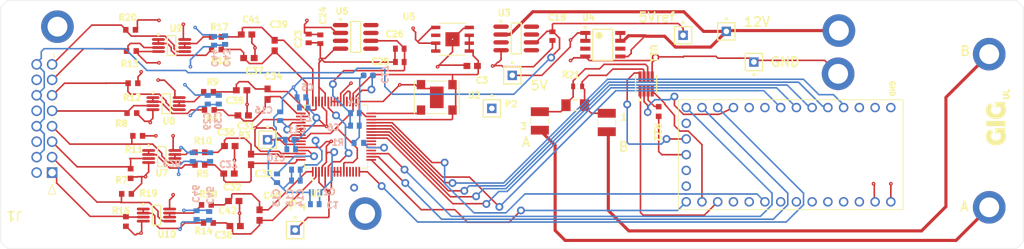
<source format=kicad_pcb>
(kicad_pcb (version 20211014) (generator pcbnew)
  (layers (0 "F.Cu" signal "Top Layer") (1 "In1.Cu" power "GND") (2 "In2.Cu" power "5V") (31 "B.Cu" signal "Bottom Layer") (34 "B.Paste" user "Bottom Paste") (35 "F.Paste" user "Top Paste") (36 "B.SilkS" user "Bottom Overlay") (37 "F.SilkS" user "Top Overlay") (38 "B.Mask" user "Bottom Solder") (39 "F.Mask" user "Top Solder") (44 "Edge.Cuts" user))
  (net 0 "")
  (net 1 "3.3MCU")
  (net 2 "NetR1_1")
  (net 3 "VCM")
  (net 4 "V4ref")
  (net 5 "V3ref")
  (net 6 "SYNC")
  (net 7 "SDO")
  (net 8 "SDI")
  (net 9 "SCLK")
  (net 10 "RS485TX")
  (net 11 "RS485RX")
  (net 12 "NetU1_32")
  (net 13 "NetR22_2")
  (net 14 "NetR18_1")
  (net 15 "NetR17_1")
  (net 16 "NetR15_1")
  (net 17 "NetR14_1")
  (net 18 "NetR10_1")
  (net 19 "NetR9_1")
  (net 20 "NetR6_1")
  (net 21 "NetR5_1")
  (net 22 "AIN1-")
  (net 23 "AIN3-")
  (net 24 "AIN1+")
  (net 25 "AIN3+")
  (net 26 "AIN2-")
  (net 27 "AIN0-")
  (net 28 "AIN0+")
  (net 29 "AIN2+")
  (net 30 "NetC17_2")
  (net 31 "NetC16_2")
  (net 32 "NetC13_2")
  (net 33 "Net1_1")
  (net 34 "Net3_1")
  (net 35 "MODE")
  (net 36 "IN3-")
  (net 37 "IN3+")
  (net 38 "IN2-")
  (net 39 "IN2+")
  (net 40 "IN1-")
  (net 41 "IN1+")
  (net 42 "IN0-")
  (net 43 "IN0+")
  (net 44 "GND")
  (net 45 "DRDY")
  (net 46 "DOUT3")
  (net 47 "DOUT2")
  (net 48 "DOUT1")
  (net 49 "DOUT0")
  (net 50 "DCLK")
  (net 51 "CS")
  (net 52 "B")
  (net 53 "A")
  (net 54 "12V")
  (net 55 "5V")
  (net 56 "5V ref")
  (footprint "lib_test:CAPC1608X90" (layer "F.Cu") (at 104.8631 99.4766)
    (fp_text reference "C35")
    (fp_text value "120pF" hide)
  )
  (footprint "lib_test:RESC1608X55N" (layer "F.Cu") (at 86.9561 89.6976 180)
    (fp_text reference "R20")
    (fp_text value "1M" hide)
  )
  (footprint "lib_test:CAPC1608X90" (layer "F.Cu") (at 110.1971 92.2376 90)
    (fp_text reference "C39")
    (fp_text value "330pF" hide)
  )
  (footprint "lib_test:PIN1" (layer "F.Cu") (at 145.2491 102.3976)
    (fp_text reference "P2")
    (fp_text value "Plug" hide)
  )
  (footprint "lib_test:CAPC1608X90N" (layer "F.Cu") (at 130.3901 94.9046)
    (fp_text reference "C25")
    (fp_text value "1u" hide)
  )
  (footprint "lib_test:RESC1608X55N" (layer "F.Cu") (at 98.1321 109.5096)
    (fp_text reference "R10")
    (fp_text value "33" hide)
  )
  (footprint "lib_test:PIN1" (layer "F.Cu") (at 187.5401 94.9046 180)
    (fp_text reference "GND")
    (fp_text value "Plug" hide)
  )
  (footprint "lib_test:ADI-R-8_M" (layer "F.Cu") (at 123.2781 90.8406)
    (fp_text reference "U6")
    (fp_text value "ADR4540BRZ" hide)
  )
  (footprint "lib_test:RESC1608X55N" (layer "F.Cu") (at 86.1941 120.6856 90)
    (fp_text reference "R16")
    (fp_text value "1M" hide)
  )
  (footprint "lib_test:CAPC1608X90" (layer "F.Cu") (at 102.8311 112.9386 180)
    (fp_text reference "C32")
    (fp_text value "120pF" hide)
  )
  (footprint "lib_test:CAPC1608X90" (layer "F.Cu") (at 103.819978 121.433894 180)
    (fp_text reference "C38")
    (fp_text value "120pF" hide)
  )
  (footprint "lib_test:CAPC1608X90" (layer "F.Cu") (at 107.756978 119.655894 90)
    (fp_text reference "C40")
    (fp_text value "330pF" hide)
  )
  (footprint "lib_test:PIN1" (layer "F.Cu") (at 183.0951 89.9516)
    (fp_text reference "12V")
    (fp_text value "Plug" hide)
  )
  (footprint "lib_test:CAPC1608X90" (layer "F.Cu") (at 105.6641 90.4596)
    (fp_text reference "C41")
    (fp_text value "120pF" hide)
  )
  (footprint "lib_test:CAPC1608X90" (layer "F.Cu") (at 109.0541 100.1116 90)
    (fp_text reference "C34")
    (fp_text value "330pF" hide)
  )
  (footprint "lib_test:RESC1608X55N" (layer "F.Cu") (at 100.7991 90.8406)
    (fp_text reference "R17")
    (fp_text value "33" hide)
  )
  (footprint "lib_test:RESC1608X55N" (layer "F.Cu") (at 87.3371 98.3336)
    (fp_text reference "R12")
    (fp_text value "1M" hide)
  )
  (footprint "lib_test:CAPC1608X90" (layer "F.Cu") (at 105.1171 103.5406 180)
    (fp_text reference "C31")
    (fp_text value "120pF" hide)
  )
  (footprint "lib_test:ADI-R-8_M" (layer "F.Cu") (at 149.1861 91.0946)
    (fp_text reference "U3")
    (fp_text value "ADR435BRZ" hide)
  )
  (footprint "lib_test:RESC1608X55N" (layer "F.Cu") (at 99.5291 99.7306)
    (fp_text reference "R9")
    (fp_text value "33" hide)
  )
  (footprint "lib_test:CAPC1608X90" (layer "F.Cu") (at 142.0741 95.5396 180)
    (fp_text reference "C3")
    (fp_text value "2.2uF" hide)
  )
  (footprint "lib_test:RESC1608X55N" (layer "F.Cu") (at 172.1731 102.9056 90)
    (fp_text reference "R22")
    (fp_text value "1.5k" hide)
  )
  (footprint "lib_test:RESC1608X55N" (layer "F.Cu") (at 98.1321 111.5416)
    (fp_text reference "R5")
    (fp_text value "33" hide)
  )
  (footprint "lib_test:ADI-RM-8_M" (layer "F.Cu") (at 92.6711 101.6356)
    (fp_text reference "U8")
    (fp_text value "ADA4841-2YRMZ-RL" hide)
  )
  (footprint "lib_test:SOIC_08_EP_3P9X4P9_ADI" (layer "F.Cu") (at 138.8991 91.2216 180)
    (fp_text reference "U5")
    (fp_text value "ADP7118ARDZ-3.3-R7" hide)
  )
  (footprint "lib_test:CAPC1608X90" (layer "F.Cu") (at 102.9581 108.4936)
    (fp_text reference "C36")
    (fp_text value "120pF" hide)
  )
  (footprint "lib_test:RESC1608X55N" (layer "F.Cu") (at 87.0831 93.1266 180)
    (fp_text reference "R13")
    (fp_text value "1M" hide)
  )
  (footprint "lib_test:CAPC1608X90N" (layer "F.Cu") (at 130.3901 92.7456 180)
    (fp_text reference "C26")
    (fp_text value "0.1uF" hide)
  )
  (footprint "lib_test:CAPC1608X90" (layer "F.Cu") (at 106.3871 110.6526 90)
    (fp_text reference "C33")
    (fp_text value "330pF" hide)
  )
  (footprint "lib_test:ADI-RM-8_M" (layer "F.Cu") (at 91.119978 119.655894)
    (fp_text reference "U10")
    (fp_text value "ADA4841-2YRMZ-RL" hide)
  )
  (footprint "lib_test:CAPC1608X90N" (layer "F.Cu") (at 115.684102 91.0946 90)
    (fp_text reference "C23")
    (fp_text value "1u" hide)
  )
  (footprint "lib_test:PIN1" (layer "F.Cu") (at 176.1101 90.5866)
    (fp_text reference "5Vref")
    (fp_text value "Plug" hide)
  )
  (footprint "lib_test:CAPC1608X90N" (layer "F.Cu") (at 155.0281 90.7136 -90)
    (fp_text reference "C18")
    (fp_text value "0.1uF" hide)
  )
  (footprint "lib_test:RESC1608X55N" (layer "F.Cu") (at 99.501978 120.925894)
    (fp_text reference "R14")
    (fp_text value "33" hide)
  )
  (footprint "lib_test:ADI-RM-8_M" (layer "F.Cu") (at 93.5601 92.2376)
    (fp_text reference "U9")
    (fp_text value "ADA4841-2YRMZ-RL" hide)
  )
  (footprint "lib_test:RESC1608X55N" (layer "F.Cu") (at 86.9561 112.9386 90)
    (fp_text reference "R7")
    (fp_text value "1M" hide)
  )
  (footprint "lib_test:CAPC1608X90" (layer "F.Cu") (at 103.5931 117.3836)
    (fp_text reference "C42")
    (fp_text value "120pF" hide)
  )
  (footprint "lib_test:PIN1" (layer "F.Cu") (at 113.4991 122.0826)
    (fp_text reference "P4")
    (fp_text value "Plug" hide)
  )
  (footprint "lib_test:RESC1608X55N" (layer "F.Cu") (at 86.293978 116.226894 180)
    (fp_text reference "R19")
    (fp_text value "1M" hide)
  )
  (footprint "lib_test:RESC1608X55N" (layer "F.Cu") (at 99.178979 118.004894)
    (fp_text reference "R18")
    (fp_text value "33" hide)
  )
  (footprint "lib_test:D0008A_M" (layer "F.Cu") (at 163.1561 92.1106)
    (fp_text reference "U4")
    (fp_text value "REG103UA-5" hide)
  )
  (footprint "lib_test:CAPC3216X94X50ML20T25" (layer "F.Cu") (at 158.7111 101.8896 180)
    (fp_text reference "")
    (fp_text value "100nF" hide)
  )
  (footprint "lib_test:CAPC3326X280N" (layer "F.Cu") (at 163.7911 104.6836 -90)
    (fp_text reference "1")
    (fp_text value "0.47uF-250V" hide)
  )
  (footprint "lib_test:RESC1608X55N" (layer "F.Cu") (at 100.7991 92.8726)
    (fp_text reference "R15")
    (fp_text value "33" hide)
  )
  (footprint "lib_test:QFP50P1200X1200X160-64N" (layer "F.Cu") (at 120.1031 106.9696 90)
    (fp_text reference "U1")
    (fp_text value "AD7768-4BSTZ" hide)
  )
  (footprint "lib_test:CAPC1608X90" (layer "F.Cu") (at 106.0451 94.2696 180)
    (fp_text reference "C37")
    (fp_text value "120pF" hide)
  )
  (footprint "lib_test:DDF0008A-IPC_A" (layer "F.Cu") (at 170.1411 98.4606 90)
    (fp_text reference "U11")
    (fp_text value "THVD8000DDFR" hide)
  )
  (footprint "lib_test:DFN4_7X5_MCH" (layer "F.Cu") (at 136.3591 100.6196 -90)
    (fp_text reference "U2")
    (fp_text value "DSC1001AI2-032.7680" hide)
  )
  (footprint "lib_test:CAPC3326X280N" (layer "F.Cu") (at 152.9961 104.4296 -90)
    (fp_text reference "3")
    (fp_text value "0.47uF-250V" hide)
  )
  (footprint "lib_test:PIN1" (layer "F.Cu") (at 109.0541 107.4776)
    (fp_text reference "P3")
    (fp_text value "Plug" hide)
  )
  (footprint "lib_test:RES_ERA3AEB121V" (layer "F.Cu") (at 159.0921 98.8416)
    (fp_text reference "R21")
    (fp_text value "120" hide)
  )
  (footprint "lib_test:PIN1" (layer "F.Cu") (at 148.5511 97.0636)
    (fp_text reference "5V")
    (fp_text value "Plug" hide)
  )
  (footprint "lib_test:RESC1608X55N" (layer "F.Cu") (at 99.6561 102.6516)
    (fp_text reference "R6")
    (fp_text value "33" hide)
  )
  (footprint "lib_test:ADI-RM-8_M" (layer "F.Cu") (at 91.981856 110.183048)
    (fp_text reference "U7")
    (fp_text value "ADA4841-2YRMZ-RL" hide)
  )
  (footprint "lib_test:RESC1608X55N" (layer "F.Cu") (at 88.0991 106.8426 180)
    (fp_text reference "R11")
    (fp_text value "1M" hide)
  )
  (footprint "lib_test:CON_1053141216" (layer "F.Cu") (at 74.2841 112.785565 -90)
    (fp_text reference "J1")
    (fp_text value "1053141216" hide)
  )
  (footprint "lib_test:MODULE_DEV-15583" (layer "F.Cu") (at 193.1281 109.8906 -90)
    (fp_text reference "")
    (fp_text value "DEV-15583" hide)
  )
  (footprint "lib_test:RESC1608X55N" (layer "F.Cu") (at 87.1521 103.1596)
    (fp_text reference "R8")
    (fp_text value "1M" hide)
  )
  (footprint "lib_test:CAPC1608X90N" (layer "F.Cu") (at 117.5631 91.2216 -90)
    (fp_text reference "C24")
    (fp_text value "0.1uF" hide)
  )
  (footprint "lib_test:CAPC1608X90N" (layer "B.Cu") (at 123.1511 105.1916 180)
    (fp_text reference "C6")
    (fp_text value "1u" hide)
  )
  (footprint "lib_test:CAPC1608X90N" (layer "B.Cu") (at 113.6261 112.3036)
    (fp_text reference "C15")
    (fp_text value "1u" hide)
  )
  (footprint "lib_test:CAPC1608X90N" (layer "B.Cu") (at 123.1511 103.1596)
    (fp_text reference "C4")
    (fp_text value "0.1uF" hide)
  )
  (footprint "lib_test:CAPC1608X90N" (layer "B.Cu") (at 97.596978 119.655894 -90)
    (fp_text reference "C46")
    (fp_text value "0.1uF" hide)
  )
  (footprint "lib_test:CAPC1608X90N" (layer "B.Cu") (at 100.4181 91.4756 -90)
    (fp_text reference "C44")
    (fp_text value "1u" hide)
  )
  (footprint "lib_test:CAPC1608X90N" (layer "B.Cu") (at 112.6101 107.4776)
    (fp_text reference "C11")
    (fp_text value "1u" hide)
  )
  (footprint "lib_test:CAPC1608X9N" (layer "B.Cu") (at 125.3101 97.0636)
    (fp_text reference "C17")
    (fp_text value "10uF" hide)
  )
  (footprint "lib_test:CAPC1608X90N" (layer "B.Cu") (at 99.628978 119.782894 -90)
    (fp_text reference "C45")
    (fp_text value "1u" hide)
  )
  (footprint "lib_test:RESC1508X55N" (layer "B.Cu") (at 123.7861 107.9856 180)
    (fp_text reference "R1")
    (fp_text value "100" hide)
  )
  (footprint "lib_test:CAPC1608X90N" (layer "B.Cu") (at 110.5781 113.7006 90)
    (fp_text reference "C13")
    (fp_text value "1u" hide)
  )
  (footprint "lib_test:CAPC1608X90N" (layer "B.Cu") (at 101.1801 101.0006 -90)
    (fp_text reference "C30")
    (fp_text value "1u" hide)
  )
  (footprint "lib_test:CAPC1608X90N" (layer "B.Cu") (at 102.1961 91.3486 -90)
    (fp_text reference "C43")
    (fp_text value "0.1uF" hide)
  )
  (footprint "lib_test:CAPC1608X90N" (layer "B.Cu") (at 99.4021 101.0006 -90)
    (fp_text reference "C29")
    (fp_text value "0.1uF" hide)
  )
  (footprint "lib_test:CAPC1608X90N" (layer "B.Cu") (at 113.6261 114.0816 180)
    (fp_text reference "C14")
    (fp_text value "0.1uF" hide)
  )
  (footprint "lib_test:CAPC1608X90N" (layer "B.Cu") (at 116.6741 117.8916 180)
    (fp_text reference "C2")
    (fp_text value "0.1uF" hide)
  )
  (footprint "lib_test:CAPC1608X90N" (layer "B.Cu") (at 96.9891 110.2716 -90)
    (fp_text reference "C28")
    (fp_text value "1u" hide)
  )
  (footprint "lib_test:CAPC1608X90N" (layer "B.Cu") (at 112.8641 109.0016 180)
    (fp_text reference "C10")
    (fp_text value "0.1uF" hide)
  )
  (footprint "lib_test:CAPC1608X90N" (layer "B.Cu") (at 99.7831 110.2716 -90)
    (fp_text reference "C27")
    (fp_text value "0.1uF" hide)
  )
  (footprint "lib_test:CAPC1608X90N" (layer "B.Cu") (at 116.8011 115.9866)
    (fp_text reference "C1")
    (fp_text value "1u" hide)
  )
  (footprint "lib_test:CAPC1608X90N" (layer "B.Cu") (at 114.5151 100.6196 180)
    (fp_text reference "C5")
    (fp_text value "0.1uF" hide)
  )
  (footprint "lib_test:CAPC1608X90N" (layer "B.Cu") (at 111.0861 103.6676 -90)
    (fp_text reference "C16")
    (fp_text value "1u" hide)
  )
  (footprint "lib_test:CAPC1608X90N" (layer "B.Cu") (at 114.8961 102.2706)
    (fp_text reference "C7")
    (fp_text value "1u" hide)
  )
  (gr_poly (pts (xy 227.371775 104.008001) (xy 227.118817 104.008001) (xy 227.118817 104.092321) (xy 226.106982 104.092321) (xy 226.106982 104.008001) (xy 225.854021 104.008001) (xy 225.854021 103.923683) (xy 225.685383 103.923683) (xy 225.685383 103.839362) (xy 225.516745 103.839362) (xy 225.516745 103.755042) (xy 225.432425 103.755042) (xy 225.432425 103.670722) (xy 225.348104 103.670722) (xy 225.348104 103.586404) (xy 225.263784 103.586404) (xy 225.263784 103.502083) (xy 225.179466 103.502083) (xy 225.179466 103.333445) (xy 225.095146 103.333445) (xy 225.095146 103.164804) (xy 225.010825 103.164804) (xy 225.010825 102.237288) (xy 225.095146 102.237288) (xy 225.095146 101.984329) (xy 225.179466 101.984329) (xy 225.179466 101.900009) (xy 225.263784 101.900009) (xy 225.263784 101.815691) (xy 225.348104 101.815691) (xy 225.348104 101.731371) (xy 225.432425 101.731371) (xy 225.432425 101.64705) (xy 225.516745 101.64705) (xy 225.516745 101.56273) (xy 225.685383 101.56273) (xy 225.685383 101.64705) (xy 225.769704 101.64705) (xy 225.769704 101.731371) (xy 225.938342 101.731371) (xy 225.938342 101.815691) (xy 226.022662 101.815691) (xy 226.022662 101.900009) (xy 226.106982 101.900009) (xy 226.106982 102.06865) (xy 226.022662 102.06865) (xy 226.022662 102.152968) (xy 225.938342 102.152968) (xy 225.938342 102.321608) (xy 225.854021 102.321608) (xy 225.854021 102.490246) (xy 225.769704 102.490246) (xy 225.769704 102.743205) (xy 225.854021 102.743205) (xy 225.854021 102.996166) (xy 225.938342 102.996166) (xy 225.938342 103.080484) (xy 226.022662 103.080484) (xy 226.022662 103.164804) (xy 226.1913 103.164804) (xy 226.1913 103.249125) (xy 226.359941 103.249125) (xy 226.359941 103.333445) (xy 226.865858 103.333445) (xy 226.865858 103.249125) (xy 227.034499 103.249125) (xy 227.034499 103.164804) (xy 227.203137 103.164804) (xy 227.203137 103.080484) (xy 227.287458 103.080484) (xy 227.287458 102.911846) (xy 227.371775 102.911846) (xy 227.371775 102.237288) (xy 227.287458 102.237288) (xy 227.287458 102.152968) (xy 226.865858 102.152968) (xy 226.865858 102.237288) (xy 226.528579 102.237288) (xy 226.528579 102.152968) (xy 226.444259 102.152968) (xy 226.444259 102.06865) (xy 226.528579 102.06865) (xy 226.528579 101.478412) (xy 226.444259 101.478412) (xy 226.444259 101.394092) (xy 226.528579 101.394092) (xy 226.528579 101.309771) (xy 226.781538 101.309771) (xy 226.781538 101.394092) (xy 227.709054 101.394092) (xy 227.709054 101.309771) (xy 228.130654 101.309771) (xy 228.130654 101.64705) (xy 228.046333 101.64705) (xy 228.046333 101.984329) (xy 228.130654 101.984329) (xy 228.130654 102.237288) (xy 228.214974 102.237288) (xy 228.214974 103.080484) (xy 228.130654 103.080484) (xy 228.130654 103.249125) (xy 228.046333 103.249125) (xy 228.046333 103.417763) (xy 227.962013 103.417763) (xy 227.962013 103.586404) (xy 227.877695 103.586404) (xy 227.877695 103.670722) (xy 227.793375 103.670722) (xy 227.793375 103.755042) (xy 227.624737 103.755042) (xy 227.624737 103.839362) (xy 227.540416 103.839362) (xy 227.540416 103.923683) (xy 227.371775 103.923683)) (layer "F.SilkS") (width 0) (fill solid))
  (gr_poly (pts (xy 227.793375 99.623379) (xy 228.130654 99.623379) (xy 228.130654 99.707697) (xy 228.467933 99.707697) (xy 228.467933 99.623379) (xy 228.552253 99.623379) (xy 228.552253 99.2861) (xy 228.805212 99.2861) (xy 228.805212 99.876338) (xy 228.720891 99.876338) (xy 228.720891 99.960658) (xy 227.709054 99.960658) (xy 227.709054 99.707697) (xy 227.793375 99.707697)) (layer "F.SilkS") (width 0) (fill solid))
  (gr_poly (pts (xy 226.444259 104.4296) (xy 228.130654 104.4296) (xy 228.130654 105.357117) (xy 227.877695 105.357117) (xy 227.877695 105.272796) (xy 225.010825 105.272796) (xy 225.010825 104.4296) (xy 226.359941 104.4296)) (layer "F.SilkS") (width 0) (fill solid))
  (gr_poly (pts (xy 226.528579 106.200313) (xy 226.528579 105.778713) (xy 226.444259 105.778713) (xy 226.444259 105.694396) (xy 226.528579 105.694396) (xy 226.528579 105.610075) (xy 228.130654 105.610075) (xy 228.130654 105.947354) (xy 228.046333 105.947354) (xy 228.046333 106.200313) (xy 228.130654 106.200313) (xy 228.130654 106.537592) (xy 228.214974 106.537592) (xy 228.214974 107.296468) (xy 228.130654 107.296468) (xy 228.130654 107.549429) (xy 228.046333 107.549429) (xy 228.046333 107.718067) (xy 227.962013 107.718067) (xy 227.962013 107.802387) (xy 227.877695 107.802387) (xy 227.877695 107.886705) (xy 227.793375 107.886705) (xy 227.793375 107.971025) (xy 227.709054 107.971025) (xy 227.709054 108.055346) (xy 227.624737 108.055346) (xy 227.624737 108.139666) (xy 227.456096 108.139666) (xy 227.456096 108.223984) (xy 227.287458 108.223984) (xy 227.287458 108.308304) (xy 226.950179 108.308304) (xy 226.950179 108.392625) (xy 226.275621 108.392625) (xy 226.275621 108.308304) (xy 225.938342 108.308304) (xy 225.938342 108.223984) (xy 225.769704 108.223984) (xy 225.769704 108.139666) (xy 225.601063 108.139666) (xy 225.601063 108.055346) (xy 225.516745 108.055346) (xy 225.516745 107.971025) (xy 225.432425 107.971025) (xy 225.432425 107.886705) (xy 225.348104 107.886705) (xy 225.348104 107.802387) (xy 225.263784 107.802387) (xy 225.263784 107.718067) (xy 225.179466 107.718067) (xy 225.179466 107.633746) (xy 225.095146 107.633746) (xy 225.095146 107.380788) (xy 225.010825 107.380788) (xy 225.010825 106.453271) (xy 225.095146 106.453271) (xy 225.095146 106.284633) (xy 225.179466 106.284633) (xy 225.179466 106.115992) (xy 225.263784 106.115992) (xy 225.263784 106.031675) (xy 225.348104 106.031675) (xy 225.348104 105.947354) (xy 225.432425 105.947354) (xy 225.432425 105.863034) (xy 225.769704 105.863034) (xy 225.769704 105.947354) (xy 225.854021 105.947354) (xy 225.854021 106.031675) (xy 225.938342 106.031675) (xy 225.938342 106.115992) (xy 226.106982 106.115992) (xy 226.106982 106.368951) (xy 226.022662 106.368951) (xy 226.022662 106.453271) (xy 225.938342 106.453271) (xy 225.938342 106.537592) (xy 225.854021 106.537592) (xy 225.854021 106.79055) (xy 225.769704 106.79055) (xy 225.769704 107.043509) (xy 225.854021 107.043509) (xy 225.854021 107.21215) (xy 225.938342 107.21215) (xy 225.938342 107.380788) (xy 226.106982 107.380788) (xy 226.106982 107.465108) (xy 226.275621 107.465108) (xy 226.275621 107.549429) (xy 226.950179 107.549429) (xy 226.950179 107.465108) (xy 227.118817 107.465108) (xy 227.118817 107.380788) (xy 227.203137 107.380788) (xy 227.203137 107.296468) (xy 227.287458 107.296468) (xy 227.287458 107.21215) (xy 227.371775 107.21215) (xy 227.371775 106.537592) (xy 227.287458 106.537592) (xy 227.287458 106.453271) (xy 226.444259 106.453271) (xy 226.444259 106.284633) (xy 226.528579 106.284633)) (layer "F.SilkS") (width 0) (fill solid))
  (gr_poly (pts (xy 228.214974 100.635213) (xy 228.552253 100.635213) (xy 228.552253 100.382255) (xy 227.793375 100.382255) (xy 227.793375 100.297937) (xy 227.709054 100.297937) (xy 227.709054 100.129296) (xy 227.793375 100.129296) (xy 227.793375 100.044976) (xy 228.552253 100.044976) (xy 228.552253 100.129296) (xy 228.720891 100.129296) (xy 228.720891 100.297937) (xy 228.805212 100.297937) (xy 228.805212 100.719534) (xy 228.720891 100.719534) (xy 228.720891 100.888175) (xy 227.709054 100.888175) (xy 227.709054 100.635213) (xy 228.130654 100.635213)) (layer "F.SilkS") (width 0) (fill solid))
  (gr_line (start 231.0011 86.003602) (end 231.0011 124.0036) (layer "Edge.Cuts") (width 0.05))
  (gr_line (start 67.0011 125.0036) (end 66.0011 124.0036) (layer "Edge.Cuts") (width 0.05))
  (gr_line (start 230.0011 85.0036) (end 231.0011 86.003602) (layer "Edge.Cuts") (width 0.05))
  (gr_line (start 66.0011 124.0036) (end 66.0011 86.003602) (layer "Edge.Cuts") (width 0.05))
  (gr_line (start 66.0011 86.003602) (end 67.0011 85.0036) (layer "Edge.Cuts") (width 0.05))
  (gr_line (start 230.0011 125.0036) (end 67.0011 125.0036) (layer "Edge.Cuts") (width 0.05))
  (gr_line (start 231.0011 124.0036) (end 230.0011 125.0036) (layer "Edge.Cuts") (width 0.05))
  (gr_line (start 67.0011 85.0036) (end 230.0011 85.0036) (layer "Edge.Cuts") (width 0.05))
  (gr_text "A" (at 220.6871 119.1616) (layer "F.SilkS") (effects (font (size 1.524 1.524) (thickness 0.254)) (justify left bottom)))
  (gr_text "A" (at 149.9481 108.7476) (layer "F.SilkS") (effects (font (size 1.524 1.524) (thickness 0.254)) (justify left bottom)))
  (gr_text "B" (at 165.5691 109.5096) (layer "F.SilkS") (effects (font (size 1.524 1.524) (thickness 0.254)) (justify left bottom)))
  (gr_text "B" (at 220.6871 94.0156) (layer "F.SilkS") (effects (font (size 1.524 1.524) (thickness 0.254)) (justify left bottom)))
  (via (at 123.0241 115.2246) (size 1.27) (drill 0.711) (layers "F.Cu" "B.Cu") (net 0))
  (segment (start 173.4431 107.3506) (end 176.6181 107.3506) (width 0.254) (layer "F.Cu") (net 1))
  (segment (start 167.0931 97.8256) (end 168.243956 96.674744) (width 0.254) (layer "F.Cu") (net 1))
  (segment (start 167.0931 101.7626) (end 167.0931 97.8256) (width 0.254) (layer "F.Cu") (net 1))
  (segment (start 168.243956 96.674744) (end 169.1661 96.674744) (width 0.254) (layer "F.Cu") (net 1))
  (via (at 167.0931 101.7626) (size 1.27) (drill 0.7112) (layers "F.Cu" "B.Cu") (net 1))
  (via (at 173.4431 107.3506) (size 1.27) (drill 0.7112) (layers "F.Cu" "B.Cu") (net 1))
  (segment (start 167.0931 107.901747) (end 167.368891 108.177538) (width 0.254) (layer "B.Cu") (net 1))
  (segment (start 167.368891 108.177538) (end 172.616162 108.177538) (width 0.254) (layer "B.Cu") (net 1))
  (segment (start 167.0931 107.901747) (end 167.0931 101.7626) (width 0.254) (layer "B.Cu") (net 1))
  (segment (start 172.616162 108.177538) (end 173.4431 107.3506) (width 0.254) (layer "B.Cu") (net 1))
  (segment (start 127.8351 108.7326) (end 127.8501 108.7476) (width 0.254) (layer "F.Cu") (net 2))
  (segment (start 125.7961 108.7326) (end 127.8351 108.7326) (width 0.254) (layer "F.Cu") (net 2))
  (segment (start 125.7831 108.7196) (end 125.7961 108.7326) (width 0.254) (layer "F.Cu") (net 2))
  (via (at 127.8501 108.7476) (size 1.27) (drill 0.7112) (layers "F.Cu" "B.Cu") (net 2))
  (segment (start 124.5571 108.0706) (end 124.5571 107.9856) (width 0.254) (layer "B.Cu") (net 2))
  (segment (start 125.3191 108.7476) (end 127.8501 108.7476) (width 0.254) (layer "B.Cu") (net 2))
  (segment (start 124.8351 108.348602) (end 124.9201 108.348602) (width 0.254) (layer "B.Cu") (net 2))
  (segment (start 124.9201 108.348602) (end 125.3191 108.7476) (width 0.254) (layer "B.Cu") (net 2))
  (segment (start 124.5571 108.0706) (end 124.8351 108.348602) (width 0.254) (layer "B.Cu") (net 2))
  (segment (start 109.0541 107.4776) (end 111.079052 107.4776) (width 0.254) (layer "F.Cu") (net 3))
  (segment (start 111.821052 108.2196) (end 114.4231 108.2196) (width 0.254) (layer "F.Cu") (net 3))
  (segment (start 111.079052 107.4776) (end 111.821052 108.2196) (width 0.254) (layer "F.Cu") (net 3))
  (segment (start 118.8861 111.89671) (end 118.8861 111.754655) (width 0.254) (layer "F.Cu") (net 4))
  (segment (start 131.1521 96.152809) (end 131.1521 94.9666) (width 0.254) (layer "F.Cu") (net 4))
  (segment (start 131.1651 94.8296) (end 131.1651 92.7456) (width 0.254) (layer "F.Cu") (net 4))
  (segment (start 118.8661 102.3036) (end 118.8661 101.3026) (width 0.254) (layer "F.Cu") (net 4))
  (segment (start 118.8661 111.91671) (end 118.8861 111.89671) (width 0.254) (layer "F.Cu") (net 4))
  (segment (start 131.003309 96.3016) (end 131.1521 96.152809) (width 0.254) (layer "F.Cu") (net 4))
  (segment (start 125.7281 91.4756) (end 129.9251 91.4756) (width 0.254) (layer "F.Cu") (net 4))
  (segment (start 119.607155 111.0336) (end 120.7381 111.0336) (width 0.254) (layer "F.Cu") (net 4))
  (segment (start 131.1651 92.7456) (end 131.1651 92.7156) (width 0.254) (layer "F.Cu") (net 4))
  (segment (start 118.8531 112.6496) (end 118.8661 112.6366) (width 0.254) (layer "F.Cu") (net 4))
  (segment (start 118.8661 112.6366) (end 118.8661 111.91671) (width 0.254) (layer "F.Cu") (net 4))
  (segment (start 118.8861 111.754655) (end 119.607155 111.0336) (width 0.254) (layer "F.Cu") (net 4))
  (segment (start 119.8491 97.8256) (end 121.3731 96.3016) (width 0.254) (layer "F.Cu") (net 4))
  (segment (start 118.8531 101.2896) (end 118.8661 101.3026) (width 0.254) (layer "F.Cu") (net 4))
  (segment (start 129.9251 91.4756) (end 131.1651 92.7156) (width 0.254) (layer "F.Cu") (net 4))
  (segment (start 131.0901 94.9046) (end 131.1521 94.9666) (width 0.254) (layer "F.Cu") (net 4))
  (segment (start 118.8661 102.3036) (end 120.1031 103.5406) (width 0.254) (layer "F.Cu") (net 4))
  (segment (start 131.0901 94.9046) (end 131.1651 94.8296) (width 0.254) (layer "F.Cu") (net 4))
  (segment (start 120.7381 111.0336) (end 122.1351 109.6366) (width 0.254) (layer "F.Cu") (net 4))
  (segment (start 121.3731 96.3016) (end 131.003309 96.3016) (width 0.254) (layer "F.Cu") (net 4))
  (via (at 120.1031 103.5406) (size 1.27) (drill 0.7112) (layers "F.Cu" "B.Cu") (net 4))
  (via (at 119.5951 98.4796) (size 1.27) (drill 0.7112) (layers "F.Cu" "B.Cu") (net 4))
  (via (at 122.1351 109.6366) (size 1.27) (drill 0.7112) (layers "F.Cu" "B.Cu") (net 4))
  (segment (start 121.6271 108.853673) (end 121.6271 105.4456) (width 0.254) (layer "B.Cu") (net 4))
  (segment (start 122.3761 105.1166) (end 122.4511 105.1916) (width 0.254) (layer "B.Cu") (net 4))
  (segment (start 120.1031 103.5406) (end 120.155907 103.5406) (width 0.254) (layer "B.Cu") (net 4))
  (segment (start 122.1351 109.6366) (end 122.1351 109.361673) (width 0.254) (layer "B.Cu") (net 4))
  (segment (start 121.6271 108.853673) (end 122.1351 109.361673) (width 0.254) (layer "B.Cu") (net 4))
  (segment (start 122.1971 105.4456) (end 122.4511 105.1916) (width 0.254) (layer "B.Cu") (net 4))
  (segment (start 122.3761 105.1166) (end 122.3761 103.1896) (width 0.254) (layer "B.Cu") (net 4))
  (segment (start 119.5951 100.3486) (end 122.209601 102.963101) (width 0.254) (layer "B.Cu") (net 4))
  (segment (start 121.6271 105.4456) (end 122.1971 105.4456) (width 0.254) (layer "B.Cu") (net 4))
  (segment (start 122.209601 103.356099) (end 122.209601 102.963101) (width 0.254) (layer "B.Cu") (net 4))
  (segment (start 120.155907 103.5406) (end 121.6271 105.011793) (width 0.254) (layer "B.Cu") (net 4))
  (segment (start 122.209601 103.356099) (end 122.3761 103.1896) (width 0.254) (layer "B.Cu") (net 4))
  (segment (start 121.6271 105.4456) (end 121.6271 105.011793) (width 0.254) (layer "B.Cu") (net 4))
  (segment (start 119.5951 100.3486) (end 119.5951 98.4796) (width 0.254) (layer "B.Cu") (net 4))
  (segment (start 142.0741 93.1266) (end 142.2265 93.279) (width 0.254) (layer "F.Cu") (net 5))
  (segment (start 122.8401 102.8356) (end 122.8401 101.3026) (width 0.254) (layer "F.Cu") (net 5))
  (segment (start 143.051098 96.787809) (end 143.051098 95.6666) (width 0.254) (layer "F.Cu") (net 5))
  (segment (start 120.1666 105.5091) (end 122.8401 102.8356) (width 0.254) (layer "F.Cu") (net 5))
  (segment (start 125.7831 104.2196) (end 138.750309 104.2196) (width 0.254) (layer "F.Cu") (net 5))
  (segment (start 143.0511 95.6666) (end 143.0511 94.6986) (width 0.254) (layer "F.Cu") (net 5))
  (segment (start 123.5321 110.4706) (end 123.5321 108.874595) (width 0.254) (layer "F.Cu") (net 5))
  (segment (start 114.4361 107.2066) (end 115.298045 107.2066) (width 0.254) (layer "F.Cu") (net 5))
  (segment (start 116.043045 106.4616) (end 119.2141 106.4616) (width 0.254) (layer "F.Cu") (net 5))
  (segment (start 141.6042 93.1266) (end 142.0741 93.1266) (width 0.254) (layer "F.Cu") (net 5))
  (segment (start 121.3661 112.6366) (end 121.3661 111.309391) (width 0.254) (layer "F.Cu") (net 5))
  (segment (start 138.750309 104.2196) (end 138.8991 104.07081) (width 0.254) (layer "F.Cu") (net 5))
  (segment (start 125.9451 96.9366) (end 138.8991 96.9366) (width 0.254) (layer "F.Cu") (net 5))
  (segment (start 122.8661 100.0156) (end 125.9451 96.9366) (width 0.254) (layer "F.Cu") (net 5))
  (segment (start 122.8421 111.1606) (end 123.5321 110.4706) (width 0.254) (layer "F.Cu") (net 5))
  (segment (start 138.8991 96.9366) (end 142.902308 96.9366) (width 0.254) (layer "F.Cu") (net 5))
  (segment (start 114.4231 107.2196) (end 114.4361 107.2066) (width 0.254) (layer "F.Cu") (net 5))
  (segment (start 122.8401 101.3026) (end 122.8531 101.2896) (width 0.254) (layer "F.Cu") (net 5))
  (segment (start 115.298045 107.2066) (end 116.043045 106.4616) (width 0.254) (layer "F.Cu") (net 5))
  (segment (start 141.6042 93.1266) (end 141.6042 91.8566) (width 0.254) (layer "F.Cu") (net 5))
  (segment (start 138.8991 98.567201) (end 139.4071 99.075201) (width 0.254) (layer "F.Cu") (net 5))
  (segment (start 138.8991 98.567201) (end 138.8991 96.9366) (width 0.254) (layer "F.Cu") (net 5))
  (segment (start 142.2265 93.874) (end 142.2265 93.279) (width 0.254) (layer "F.Cu") (net 5))
  (segment (start 121.51489 111.1606) (end 122.8421 111.1606) (width 0.254) (layer "F.Cu") (net 5))
  (segment (start 122.8531 101.2896) (end 122.8661 101.2766) (width 0.254) (layer "F.Cu") (net 5))
  (segment (start 142.2265 93.874) (end 143.0511 94.6986) (width 0.254) (layer "F.Cu") (net 5))
  (segment (start 142.902308 96.9366) (end 143.051098 96.787809) (width 0.254) (layer "F.Cu") (net 5))
  (segment (start 139.4071 102.163999) (end 139.4071 99.075201) (width 0.254) (layer "F.Cu") (net 5))
  (segment (start 141.6042 91.8566) (end 141.6042 90.5866) (width 0.254) (layer "F.Cu") (net 5))
  (segment (start 138.8991 102.671999) (end 139.4071 102.163999) (width 0.254) (layer "F.Cu") (net 5))
  (segment (start 121.3531 112.6496) (end 121.3661 112.6366) (width 0.254) (layer "F.Cu") (net 5))
  (segment (start 121.3661 111.309391) (end 121.51489 111.1606) (width 0.254) (layer "F.Cu") (net 5))
  (segment (start 120.1666 105.5091) (end 123.5321 108.874595) (width 0.254) (layer "F.Cu") (net 5))
  (segment (start 138.8991 104.07081) (end 138.8991 102.671999) (width 0.254) (layer "F.Cu") (net 5))
  (segment (start 119.2141 106.4616) (end 120.166597 105.509103) (width 0.254) (layer "F.Cu") (net 5))
  (segment (start 122.8661 101.2766) (end 122.8661 100.0156) (width 0.254) (layer "F.Cu") (net 5))
  (segment (start 121.3531 100.265651) (end 121.993891 99.62486) (width 0.254) (layer "F.Cu") (net 6))
  (segment (start 121.3531 101.2896) (end 121.3531 100.265651) (width 0.254) (layer "F.Cu") (net 6))
  (segment (start 122.20431 99.62486) (end 122.3531 99.77365) (width 0.254) (layer "F.Cu") (net 6))
  (segment (start 122.3531 101.2896) (end 122.3531 99.77365) (width 0.254) (layer "F.Cu") (net 6))
  (segment (start 121.993891 99.62486) (end 122.20431 99.62486) (width 0.254) (layer "F.Cu") (net 6))
  (segment (start 128.5681 109.7196) (end 131.1521 112.3036) (width 0.254) (layer "F.Cu") (net 7))
  (segment (start 125.7831 109.7196) (end 128.5681 109.7196) (width 0.254) (layer "F.Cu") (net 7))
  (via (at 131.1521 112.3036) (size 1.27) (drill 0.7112) (layers "F.Cu" "B.Cu") (net 7))
  (segment (start 131.1521 112.3036) (end 138.7181 119.8696) (width 0.254) (layer "B.Cu") (net 7))
  (segment (start 190.4641 117.985288) (end 190.4641 116.1166) (width 0.254) (layer "B.Cu") (net 7))
  (segment (start 138.7181 119.8696) (end 188.579788 119.8696) (width 0.254) (layer "B.Cu") (net 7))
  (segment (start 188.579788 119.8696) (end 190.4641 117.985288) (width 0.254) (layer "B.Cu") (net 7))
  (segment (start 176.6181 102.2706) (end 190.4641 116.1166) (width 0.254) (layer "B.Cu") (net 7))
  (segment (start 131.172481 114.4626) (end 131.2791 114.4626) (width 0.254) (layer "F.Cu") (net 8))
  (segment (start 125.7831 110.2196) (end 126.929482 110.2196) (width 0.254) (layer "F.Cu") (net 8))
  (segment (start 126.929482 110.2196) (end 131.172481 114.4626) (width 0.254) (layer "F.Cu") (net 8))
  (via (at 131.2791 114.4626) (size 1.27) (drill 0.7112) (layers "F.Cu" "B.Cu") (net 8))
  (segment (start 193.0041 117.985288) (end 193.0041 116.1166) (width 0.254) (layer "B.Cu") (net 8))
  (segment (start 179.1581 102.2706) (end 193.0041 116.1166) (width 0.254) (layer "B.Cu") (net 8))
  (segment (start 190.665788 120.3236) (end 193.0041 117.985288) (width 0.254) (layer "B.Cu") (net 8))
  (segment (start 131.2791 114.4626) (end 137.1401 120.3236) (width 0.254) (layer "B.Cu") (net 8))
  (segment (start 137.1401 120.3236) (end 190.665788 120.3236) (width 0.254) (layer "B.Cu") (net 8))
  (segment (start 141.305049 120.8126) (end 148.0431 120.8126) (width 0.254) (layer "F.Cu") (net 9))
  (segment (start 125.7831 110.7196) (end 133.8441 118.7806) (width 0.254) (layer "F.Cu") (net 9))
  (segment (start 148.0431 120.8126) (end 149.9481 118.9076) (width 0.254) (layer "F.Cu") (net 9))
  (segment (start 133.8441 118.7806) (end 139.273049 118.7806) (width 0.254) (layer "F.Cu") (net 9))
  (segment (start 139.273049 118.7806) (end 141.305049 120.8126) (width 0.254) (layer "F.Cu") (net 9))
  (via (at 149.9481 118.9076) (size 1.27) (drill 0.7112) (layers "F.Cu" "B.Cu") (net 9))
  (segment (start 175.2211 118.9076) (end 176.6181 117.5106) (width 0.254) (layer "B.Cu") (net 9))
  (segment (start 149.9481 118.9076) (end 175.2211 118.9076) (width 0.254) (layer "B.Cu") (net 9))
  (segment (start 175.5891 106.0676) (end 176.955788 106.0676) (width 0.254) (layer "F.Cu") (net 10))
  (segment (start 171.245167 99.796203) (end 171.350379 99.796203) (width 0.254) (layer "F.Cu") (net 10))
  (segment (start 171.350379 99.796203) (end 173.143725 101.58955) (width 0.254) (layer "F.Cu") (net 10))
  (segment (start 173.143733 101.709417) (end 174.652338 103.477872) (width 0.254) (layer "F.Cu") (net 10))
  (segment (start 171.1161 99.50754) (end 171.1161 98.976456) (width 0.254) (layer "F.Cu") (net 10))
  (segment (start 176.955788 106.0676) (end 179.1581 108.269912) (width 0.254) (layer "F.Cu") (net 10))
  (segment (start 171.1161 99.50754) (end 171.245167 99.796203) (width 0.254) (layer "F.Cu") (net 10))
  (segment (start 179.1581 117.5106) (end 179.1581 108.269912) (width 0.254) (layer "F.Cu") (net 10))
  (segment (start 174.7131 105.1916) (end 174.7131 103.549099) (width 0.254) (layer "F.Cu") (net 10))
  (segment (start 174.652341 103.477875) (end 174.7131 103.549099) (width 0.254) (layer "F.Cu") (net 10))
  (segment (start 174.7131 105.1916) (end 175.5891 106.0676) (width 0.254) (layer "F.Cu") (net 10))
  (segment (start 173.143725 101.58955) (end 173.143733 101.709417) (width 0.254) (layer "F.Cu") (net 10))
  (segment (start 169.233032 119.247742) (end 169.233032 99.043388) (width 0.254) (layer "F.Cu") (net 11))
  (segment (start 169.1661 98.976456) (end 169.233032 99.043388) (width 0.254) (layer "F.Cu") (net 11))
  (segment (start 169.654891 119.6696) (end 179.5391 119.6696) (width 0.254) (layer "F.Cu") (net 11))
  (segment (start 169.233032 119.247742) (end 169.654891 119.6696) (width 0.254) (layer "F.Cu") (net 11))
  (segment (start 179.5391 119.6696) (end 181.6981 117.5106) (width 0.254) (layer "F.Cu") (net 11))
  (segment (start 133.271499 103.2196) (end 133.8191 102.671999) (width 0.254) (layer "F.Cu") (net 12))
  (segment (start 125.7831 103.2196) (end 133.271499 103.2196) (width 0.254) (layer "F.Cu") (net 12))
  (segment (start 170.4661 101.071598) (end 171.47589 102.081388) (width 0.254) (layer "F.Cu") (net 13))
  (segment (start 170.4661 101.071598) (end 170.4661 98.976456) (width 0.254) (layer "F.Cu") (net 13))
  (segment (start 171.47589 102.081388) (end 172.128889 102.081388) (width 0.254) (layer "F.Cu") (net 13))
  (segment (start 172.128889 102.081388) (end 172.1731 102.1256) (width 0.254) (layer "F.Cu") (net 13))
  (segment (start 98.358978 118.074894) (end 98.358978 118.004894) (width 0.254) (layer "F.Cu") (net 14))
  (segment (start 93.244977 119.980895) (end 93.244977 119.330896) (width 0.254) (layer "F.Cu") (net 14))
  (segment (start 97.102976 119.330896) (end 98.358978 118.074894) (width 0.254) (layer "F.Cu") (net 14))
  (segment (start 93.244977 119.330896) (end 97.102976 119.330896) (width 0.254) (layer "F.Cu") (net 14))
  (segment (start 95.6851 91.912602) (end 97.619871 91.912602) (width 0.254) (layer "F.Cu") (net 15))
  (segment (start 95.6851 92.5626) (end 95.6851 91.912602) (width 0.254) (layer "F.Cu") (net 15))
  (segment (start 98.691873 90.8406) (end 99.9791 90.8406) (width 0.254) (layer "F.Cu") (net 15))
  (segment (start 97.619871 91.912602) (end 98.691873 90.8406) (width 0.254) (layer "F.Cu") (net 15))
  (segment (start 93.50389 93.032018) (end 93.50389 92.550391) (width 0.254) (layer "F.Cu") (net 16))
  (segment (start 99.103096 93.818603) (end 99.9791 92.9426) (width 0.254) (layer "F.Cu") (net 16))
  (segment (start 93.50389 93.032018) (end 94.290474 93.818603) (width 0.254) (layer "F.Cu") (net 16))
  (segment (start 94.290474 93.818603) (end 99.103096 93.818603) (width 0.254) (layer "F.Cu") (net 16))
  (segment (start 91.4351 91.912602) (end 92.8661 91.912602) (width 0.254) (layer "F.Cu") (net 16))
  (segment (start 91.4351 91.912602) (end 91.4351 91.2626) (width 0.254) (layer "F.Cu") (net 16))
  (segment (start 92.8661 91.912602) (end 93.50389 92.550391) (width 0.254) (layer "F.Cu") (net 16))
  (segment (start 99.9791 92.9426) (end 99.9791 92.8726) (width 0.254) (layer "F.Cu") (net 16))
  (segment (start 89.032481 119.368399) (end 90.451485 119.368399) (width 0.254) (layer "F.Cu") (net 17))
  (segment (start 95.719476 120.925894) (end 98.681977 120.925894) (width 0.254) (layer "F.Cu") (net 17))
  (segment (start 94.830476 121.814894) (end 95.719476 120.925894) (width 0.254) (layer "F.Cu") (net 17))
  (segment (start 90.865978 121.052894) (end 91.627978 121.814894) (width 0.254) (layer "F.Cu") (net 17))
  (segment (start 88.994978 119.330896) (end 88.994978 118.680895) (width 0.254) (layer "F.Cu") (net 17))
  (segment (start 90.865978 121.052894) (end 90.865978 119.782892) (width 0.254) (layer "F.Cu") (net 17))
  (segment (start 88.994978 119.330896) (end 89.032481 119.368399) (width 0.254) (layer "F.Cu") (net 17))
  (segment (start 91.627978 121.814894) (end 94.830476 121.814894) (width 0.254) (layer "F.Cu") (net 17))
  (segment (start 90.451485 119.368399) (end 90.865978 119.782892) (width 0.254) (layer "F.Cu") (net 17))
  (segment (start 95.87865 109.85805) (end 96.2271 109.5096) (width 0.254) (layer "F.Cu") (net 18))
  (segment (start 94.106855 110.508049) (end 94.106855 109.85805) (width 0.254) (layer "F.Cu") (net 18))
  (segment (start 96.2271 109.5096) (end 97.3121 109.5096) (width 0.254) (layer "F.Cu") (net 18))
  (segment (start 94.106855 109.85805) (end 95.87865 109.85805) (width 0.254) (layer "F.Cu") (net 18))
  (segment (start 94.7961 101.310602) (end 97.199097 101.310602) (width 0.254) (layer "F.Cu") (net 19))
  (segment (start 98.7091 99.8006) (end 98.7091 99.7306) (width 0.254) (layer "F.Cu") (net 19))
  (segment (start 94.7961 101.9606) (end 94.7961 101.310602) (width 0.254) (layer "F.Cu") (net 19))
  (segment (start 97.199097 101.310602) (end 98.7091 99.8006) (width 0.254) (layer "F.Cu") (net 19))
  (segment (start 90.5461 101.310602) (end 90.5461 100.6606) (width 0.254) (layer "F.Cu") (net 20))
  (segment (start 90.5461 101.310602) (end 90.583604 101.348105) (width 0.254) (layer "F.Cu") (net 20))
  (segment (start 90.583604 101.348105) (end 91.783172 101.348105) (width 0.254) (layer "F.Cu") (net 20))
  (segment (start 93.65167 103.216603) (end 96.144885 103.216603) (width 0.254) (layer "F.Cu") (net 20))
  (segment (start 96.709888 102.6516) (end 98.8361 102.6516) (width 0.254) (layer "F.Cu") (net 20))
  (segment (start 91.783172 101.348105) (end 93.65167 103.216603) (width 0.254) (layer "F.Cu") (net 20))
  (segment (start 96.144885 103.216603) (end 96.709888 102.6516) (width 0.254) (layer "F.Cu") (net 20))
  (segment (start 89.894359 109.895553) (end 91.093928 109.895553) (width 0.254) (layer "F.Cu") (net 21))
  (segment (start 91.093928 109.895553) (end 93.247975 112.0496) (width 0.254) (layer "F.Cu") (net 21))
  (segment (start 93.247975 112.0496) (end 95.2111 112.0496) (width 0.254) (layer "F.Cu") (net 21))
  (segment (start 89.856856 109.85805) (end 89.856856 109.208049) (width 0.254) (layer "F.Cu") (net 21))
  (segment (start 95.7191 111.5416) (end 97.3121 111.5416) (width 0.254) (layer "F.Cu") (net 21))
  (segment (start 89.856856 109.85805) (end 89.894359 109.895553) (width 0.254) (layer "F.Cu") (net 21))
  (segment (start 95.2111 112.0496) (end 95.7191 111.5416) (width 0.254) (layer "F.Cu") (net 21))
  (segment (start 106.479104 116.21902) (end 107.756978 117.496894) (width 0.254) (layer "F.Cu") (net 22))
  (segment (start 102.7931 117.3836) (end 103.265978 116.910721) (width 0.254) (layer "F.Cu") (net 22))
  (segment (start 103.265978 116.367811) (end 103.414769 116.21902) (width 0.254) (layer "F.Cu") (net 22))
  (segment (start 103.414769 116.21902) (end 106.479104 116.21902) (width 0.254) (layer "F.Cu") (net 22))
  (segment (start 102.071805 118.004894) (end 102.6931 117.3836) (width 0.254) (layer "F.Cu") (net 22))
  (segment (start 103.265978 116.910721) (end 103.265978 116.367811) (width 0.254) (layer "F.Cu") (net 22))
  (segment (start 115.313188 112.6496) (end 116.3531 112.6496) (width 0.254) (layer "F.Cu") (net 22))
  (segment (start 107.756978 118.805893) (end 109.156894 118.805893) (width 0.254) (layer "F.Cu") (net 22))
  (segment (start 107.756978 118.855893) (end 107.756978 117.496894) (width 0.254) (layer "F.Cu") (net 22))
  (segment (start 109.156894 118.805893) (end 115.313188 112.6496) (width 0.254) (layer "F.Cu") (net 22))
  (segment (start 102.6931 117.3836) (end 102.7931 117.3836) (width 0.254) (layer "F.Cu") (net 22))
  (segment (start 99.99898 118.004894) (end 102.071805 118.004894) (width 0.254) (layer "F.Cu") (net 22))
  (segment (start 104.9901 89.465391) (end 105.138891 89.3166) (width 0.254) (layer "F.Cu") (net 23))
  (segment (start 110.1971 91.3876) (end 110.1971 91.3376) (width 0.254) (layer "F.Cu") (net 23))
  (segment (start 101.6191 90.8406) (end 104.383098 90.8406) (width 0.254) (layer "F.Cu") (net 23))
  (segment (start 104.383098 90.8406) (end 104.764098 90.4596) (width 0.254) (layer "F.Cu") (net 23))
  (segment (start 104.814098 90.4596) (end 104.9901 90.283598) (width 0.254) (layer "F.Cu") (net 23))
  (segment (start 109.7741 90.964598) (end 109.824098 90.964598) (width 0.254) (layer "F.Cu") (net 23))
  (segment (start 110.1971 91.3876) (end 111.6331 91.3876) (width 0.254) (layer "F.Cu") (net 23))
  (segment (start 108.1261 89.3166) (end 109.7741 90.964598) (width 0.254) (layer "F.Cu") (net 23))
  (segment (start 116.3531 101.2896) (end 116.3531 96.1076) (width 0.254) (layer "F.Cu") (net 23))
  (segment (start 111.6331 91.3876) (end 116.3531 96.1076) (width 0.254) (layer "F.Cu") (net 23))
  (segment (start 109.824098 90.964598) (end 110.1971 91.3376) (width 0.254) (layer "F.Cu") (net 23))
  (segment (start 105.138891 89.3166) (end 108.1261 89.3166) (width 0.254) (layer "F.Cu") (net 23))
  (segment (start 104.9901 90.283598) (end 104.9901 89.465391) (width 0.254) (layer "F.Cu") (net 23))
  (segment (start 104.764098 90.4596) (end 104.814098 90.4596) (width 0.254) (layer "F.Cu") (net 23))
  (segment (start 100.321979 120.925894) (end 102.411977 120.925894) (width 0.254) (layer "F.Cu") (net 24))
  (segment (start 116.8401 113.524542) (end 116.8401 112.6626) (width 0.254) (layer "F.Cu") (net 24))
  (segment (start 107.756978 121.306894) (end 107.756978 120.505895) (width 0.254) (layer "F.Cu") (net 24))
  (segment (start 102.411977 120.925894) (end 102.919977 121.433894) (width 0.254) (layer "F.Cu") (net 24))
  (segment (start 106.359978 122.703894) (end 107.756978 121.306894) (width 0.254) (layer "F.Cu") (net 24))
  (segment (start 103.392978 122.555103) (end 103.392978 121.806896) (width 0.254) (layer "F.Cu") (net 24))
  (segment (start 107.756978 120.505895) (end 109.858747 120.505895) (width 0.254) (layer "F.Cu") (net 24))
  (segment (start 103.541769 122.703894) (end 106.359978 122.703894) (width 0.254) (layer "F.Cu") (net 24))
  (segment (start 102.919977 121.433894) (end 102.969977 121.433894) (width 0.254) (layer "F.Cu") (net 24))
  (segment (start 103.392978 122.555103) (end 103.541769 122.703894) (width 0.254) (layer "F.Cu") (net 24))
  (segment (start 109.858747 120.505895) (end 116.8401 113.524542) (width 0.254) (layer "F.Cu") (net 24))
  (segment (start 102.96998 121.433894) (end 103.019977 121.433894) (width 0.254) (layer "F.Cu") (net 24))
  (segment (start 103.019977 121.433894) (end 103.392978 121.806896) (width 0.254) (layer "F.Cu") (net 24))
  (segment (start 116.8401 112.6626) (end 116.8531 112.6496) (width 0.254) (layer "F.Cu") (net 24))
  (segment (start 105.195098 94.2696) (end 105.245098 94.2696) (width 0.254) (layer "F.Cu") (net 25))
  (segment (start 115.4041 102.0166) (end 116.060891 102.673391) (width 0.254) (layer "F.Cu") (net 25))
  (segment (start 105.245098 94.2696) (end 106.1261 95.150602) (width 0.254) (layer "F.Cu") (net 25))
  (segment (start 110.570104 93.510602) (end 115.4041 98.344598) (width 0.254) (layer "F.Cu") (net 25))
  (segment (start 116.8531 101.2896) (end 116.8661 101.3026) (width 0.254) (layer "F.Cu") (net 25))
  (segment (start 101.6191 92.8726) (end 104.6791 92.8726) (width 0.254) (layer "F.Cu") (net 25))
  (segment (start 115.4041 102.0166) (end 115.4041 98.344598) (width 0.254) (layer "F.Cu") (net 25))
  (segment (start 106.1261 95.150602) (end 108.1841 95.150602) (width 0.254) (layer "F.Cu") (net 25))
  (segment (start 116.717308 102.673391) (end 116.8661 102.5246) (width 0.254) (layer "F.Cu") (net 25))
  (segment (start 104.6791 92.8726) (end 105.195098 93.388598) (width 0.254) (layer "F.Cu") (net 25))
  (segment (start 105.195098 94.2696) (end 105.195098 93.388598) (width 0.254) (layer "F.Cu") (net 25))
  (segment (start 110.1971 93.1376) (end 110.570102 93.510602) (width 0.254) (layer "F.Cu") (net 25))
  (segment (start 110.1971 93.1376) (end 110.1971 93.0876) (width 0.254) (layer "F.Cu") (net 25))
  (segment (start 110.570102 93.510602) (end 110.570104 93.510602) (width 0.254) (layer "F.Cu") (net 25))
  (segment (start 116.060891 102.673391) (end 116.717308 102.673391) (width 0.254) (layer "F.Cu") (net 25))
  (segment (start 116.8661 102.5246) (end 116.8661 101.3026) (width 0.254) (layer "F.Cu") (net 25))
  (segment (start 108.1841 95.150602) (end 110.1971 93.1376) (width 0.254) (layer "F.Cu") (net 25))
  (segment (start 115.584102 103.7196) (end 115.732893 103.570808) (width 0.254) (layer "F.Cu") (net 26))
  (segment (start 107.086918 99.2616) (end 109.0541 99.2616) (width 0.254) (layer "F.Cu") (net 26))
  (segment (start 104.474102 98.087598) (end 105.912918 98.087598) (width 0.254) (layer "F.Cu") (net 26))
  (segment (start 109.427102 99.6846) (end 112.250045 99.6846) (width 0.254) (layer "F.Cu") (net 26))
  (segment (start 109.0541 99.3116) (end 109.0541 99.2616) (width 0.254) (layer "F.Cu") (net 26))
  (segment (start 100.3491 99.7306) (end 100.3491 99.6606) (width 0.254) (layer "F.Cu") (net 26))
  (segment (start 105.912918 98.087598) (end 107.086918 99.2616) (width 0.254) (layer "F.Cu") (net 26))
  (segment (start 104.0131 99.4766) (end 104.0131 98.5486) (width 0.254) (layer "F.Cu") (net 26))
  (segment (start 115.732893 103.570808) (end 115.732893 103.167449) (width 0.254) (layer "F.Cu") (net 26))
  (segment (start 109.0541 99.3116) (end 109.427102 99.6846) (width 0.254) (layer "F.Cu") (net 26))
  (segment (start 104.0131 98.5486) (end 104.474102 98.087598) (width 0.254) (layer "F.Cu") (net 26))
  (segment (start 100.3491 99.7306) (end 103.8091 99.7306) (width 0.254) (layer "F.Cu") (net 26))
  (segment (start 112.250045 99.6846) (end 115.732893 103.167449) (width 0.254) (layer "F.Cu") (net 26))
  (segment (start 114.4231 103.7196) (end 115.584102 103.7196) (width 0.254) (layer "F.Cu") (net 26))
  (segment (start 106.3871 109.8026) (end 110.691602 109.8026) (width 0.254) (layer "F.Cu") (net 27))
  (segment (start 98.9521 109.5096) (end 101.0421 109.5096) (width 0.254) (layer "F.Cu") (net 27))
  (segment (start 102.1081 108.4936) (end 102.1081 107.5656) (width 0.254) (layer "F.Cu") (net 27))
  (segment (start 102.1081 107.5656) (end 102.4501 107.2236) (width 0.254) (layer "F.Cu") (net 27))
  (segment (start 102.4501 107.2236) (end 105.3711 107.2236) (width 0.254) (layer "F.Cu") (net 27))
  (segment (start 110.691602 109.8026) (end 111.108604 110.2196) (width 0.254) (layer "F.Cu") (net 27))
  (segment (start 101.0421 109.5096) (end 102.0581 108.4936) (width 0.254) (layer "F.Cu") (net 27))
  (segment (start 105.3711 107.2236) (end 106.3871 108.2396) (width 0.254) (layer "F.Cu") (net 27))
  (segment (start 102.0581 108.4936) (end 102.1081 108.4936) (width 0.254) (layer "F.Cu") (net 27))
  (segment (start 106.3871 109.8026) (end 106.3871 108.2396) (width 0.254) (layer "F.Cu") (net 27))
  (segment (start 111.108604 110.2196) (end 114.4231 110.2196) (width 0.254) (layer "F.Cu") (net 27))
  (segment (start 113.7701 110.7326) (end 113.7831 110.7196) (width 0.254) (layer "F.Cu") (net 28))
  (segment (start 106.1331 114.3356) (end 106.3871 114.0816) (width 0.254) (layer "F.Cu") (net 28))
  (segment (start 100.5341 111.5416) (end 101.9311 112.9386) (width 0.254) (layer "F.Cu") (net 28))
  (segment (start 101.9311 112.9386) (end 101.9811 112.9386) (width 0.254) (layer "F.Cu") (net 28))
  (segment (start 113.7831 110.7196) (end 114.4231 110.7196) (width 0.254) (layer "F.Cu") (net 28))
  (segment (start 106.3871 111.4526) (end 106.5521 111.2876) (width 0.254) (layer "F.Cu") (net 28))
  (segment (start 106.3871 114.0816) (end 106.3871 111.4526) (width 0.254) (layer "F.Cu") (net 28))
  (segment (start 98.9521 111.5416) (end 100.5341 111.5416) (width 0.254) (layer "F.Cu") (net 28))
  (segment (start 101.9811 113.9936) (end 102.3231 114.3356) (width 0.254) (layer "F.Cu") (net 28))
  (segment (start 101.9811 113.9936) (end 101.9811 112.9386) (width 0.254) (layer "F.Cu") (net 28))
  (segment (start 102.3231 114.3356) (end 106.1331 114.3356) (width 0.254) (layer "F.Cu") (net 28))
  (segment (start 113.7701 110.930809) (end 113.7701 110.7326) (width 0.254) (layer "F.Cu") (net 28))
  (segment (start 113.413309 111.2876) (end 113.7701 110.930809) (width 0.254) (layer "F.Cu") (net 28))
  (segment (start 106.5521 111.2876) (end 113.413309 111.2876) (width 0.254) (layer "F.Cu") (net 28))
  (segment (start 102.738598 103.5406) (end 104.2671 103.5406) (width 0.254) (layer "F.Cu") (net 29))
  (segment (start 109.529893 100.5386) (end 109.575892 100.4926) (width 0.254) (layer "F.Cu") (net 29))
  (segment (start 109.427102 100.5386) (end 109.529893 100.5386) (width 0.254) (layer "F.Cu") (net 29))
  (segment (start 101.849598 102.6516) (end 102.738598 103.5406) (width 0.254) (layer "F.Cu") (net 29))
  (segment (start 109.0541 100.9616) (end 109.0541 100.9116) (width 0.254) (layer "F.Cu") (net 29))
  (segment (start 111.0561 100.4926) (end 113.7831 103.2196) (width 0.254) (layer "F.Cu") (net 29))
  (segment (start 108.681098 101.334602) (end 109.0541 100.9616) (width 0.254) (layer "F.Cu") (net 29))
  (segment (start 108.681098 102.415421) (end 108.681098 101.334602) (width 0.254) (layer "F.Cu") (net 29))
  (segment (start 104.3171 103.5406) (end 105.1981 104.421602) (width 0.254) (layer "F.Cu") (net 29))
  (segment (start 109.575892 100.4926) (end 111.0561 100.4926) (width 0.254) (layer "F.Cu") (net 29))
  (segment (start 106.674918 104.421602) (end 108.681098 102.415421) (width 0.254) (layer "F.Cu") (net 29))
  (segment (start 100.4761 102.6516) (end 101.849598 102.6516) (width 0.254) (layer "F.Cu") (net 29))
  (segment (start 109.0541 100.9116) (end 109.427102 100.5386) (width 0.254) (layer "F.Cu") (net 29))
  (segment (start 105.1981 104.421602) (end 106.674918 104.421602) (width 0.254) (layer "F.Cu") (net 29))
  (segment (start 113.7831 103.2196) (end 114.4231 103.2196) (width 0.254) (layer "F.Cu") (net 29))
  (segment (start 125.6911 99.4766) (end 125.8181 99.3496) (width 0.254) (layer "F.Cu") (net 30))
  (segment (start 123.3661 101.2766) (end 123.3661 100.414658) (width 0.254) (layer "F.Cu") (net 30))
  (segment (start 123.3661 100.414658) (end 124.304158 99.4766) (width 0.254) (layer "F.Cu") (net 30))
  (segment (start 123.3531 101.2896) (end 123.3661 101.2766) (width 0.254) (layer "F.Cu") (net 30))
  (segment (start 124.304158 99.4766) (end 125.6911 99.4766) (width 0.254) (layer "F.Cu") (net 30))
  (via (at 125.8181 99.3496) (size 1.27) (drill 0.7112) (layers "F.Cu" "B.Cu") (net 30))
  (segment (start 125.8181 99.3496) (end 125.9391 99.2286) (width 0.254) (layer "B.Cu") (net 30))
  (segment (start 125.9391 97.1846) (end 126.0601 97.0636) (width 0.254) (layer "B.Cu") (net 30))
  (segment (start 125.9391 99.2286) (end 125.9391 97.1846) (width 0.254) (layer "B.Cu") (net 30))
  (segment (start 113.061174 104.7196) (end 114.4231 104.7196) (width 0.254) (layer "F.Cu") (net 31))
  (segment (start 112.2291 105.8266) (end 112.2291 105.551673) (width 0.254) (layer "F.Cu") (net 31))
  (segment (start 112.2291 105.551673) (end 113.061174 104.7196) (width 0.254) (layer "F.Cu") (net 31))
  (via (at 112.2291 105.8266) (size 1.27) (drill 0.7112) (layers "F.Cu" "B.Cu") (net 31))
  (segment (start 111.0861 104.3676) (end 111.1911 104.3676) (width 0.254) (layer "B.Cu") (net 31))
  (segment (start 112.034699 105.632199) (end 112.2291 105.8266) (width 0.254) (layer "B.Cu") (net 31))
  (segment (start 112.034699 105.632199) (end 112.034699 105.211201) (width 0.254) (layer "B.Cu") (net 31))
  (segment (start 111.1911 104.3676) (end 112.034699 105.211201) (width 0.254) (layer "B.Cu") (net 31))
  (segment (start 114.4231 109.2196) (end 115.6221 109.2196) (width 0.254) (layer "F.Cu") (net 32))
  (segment (start 115.6221 109.2196) (end 116.5471 110.1446) (width 0.254) (layer "F.Cu") (net 32))
  (via (at 116.5471 110.1446) (size 1.27) (drill 0.7112) (layers "F.Cu" "B.Cu") (net 32))
  (segment (start 110.9461 112.737597) (end 110.9461 112.6326) (width 0.254) (layer "B.Cu") (net 32))
  (segment (start 110.6831 113.0006) (end 110.9461 112.737597) (width 0.254) (layer "B.Cu") (net 32))
  (segment (start 110.9461 112.6326) (end 113.4341 110.1446) (width 0.254) (layer "B.Cu") (net 32))
  (segment (start 113.4341 110.1446) (end 116.5471 110.1446) (width 0.254) (layer "B.Cu") (net 32))
  (segment (start 110.5781 113.0006) (end 110.6831 113.0006) (width 0.254) (layer "B.Cu") (net 32))
  (segment (start 160.2111 101.8896) (end 160.2111 99.3606) (width 0.254) (layer "F.Cu") (net 33))
  (segment (start 164.760877 96.0476) (end 169.600377 96.0476) (width 0.254) (layer "F.Cu") (net 33))
  (segment (start 169.600377 96.0476) (end 169.749168 96.196391) (width 0.254) (layer "F.Cu") (net 33))
  (segment (start 161.3131 103.1916) (end 163.7911 103.1916) (width 0.254) (layer "F.Cu") (net 33))
  (segment (start 159.8171 98.9666) (end 159.8171 98.1166) (width 0.254) (layer "F.Cu") (net 33))
  (segment (start 159.8171 98.1166) (end 160.8701 97.0636) (width 0.254) (layer "F.Cu") (net 33))
  (segment (start 163.744877 97.0636) (end 164.760877 96.0476) (width 0.254) (layer "F.Cu") (net 33))
  (segment (start 160.8701 97.0636) (end 163.744877 97.0636) (width 0.254) (layer "F.Cu") (net 33))
  (segment (start 169.749168 96.607812) (end 169.749168 96.196391) (width 0.254) (layer "F.Cu") (net 33))
  (segment (start 169.749168 96.607812) (end 169.8161 96.674744) (width 0.254) (layer "F.Cu") (net 33))
  (segment (start 160.2111 102.0896) (end 160.2111 101.8896) (width 0.254) (layer "F.Cu") (net 33))
  (segment (start 160.2111 102.0896) (end 161.3131 103.1916) (width 0.254) (layer "F.Cu") (net 33))
  (segment (start 159.8171 98.9666) (end 160.2111 99.3606) (width 0.254) (layer "F.Cu") (net 33))
  (segment (start 170.399167 96.60781) (end 170.4661 96.674744) (width 0.254) (layer "F.Cu") (net 34))
  (segment (start 157.2111 101.8896) (end 157.2111 101.6896) (width 0.254) (layer "F.Cu") (net 34))
  (segment (start 163.3561 95.2856) (end 170.023722 95.2856) (width 0.254) (layer "F.Cu") (net 34))
  (segment (start 158.3671 97.966052) (end 160.322552 96.0106) (width 0.254) (layer "F.Cu") (net 34))
  (segment (start 162.6311 96.0106) (end 163.3561 95.2856) (width 0.254) (layer "F.Cu") (net 34))
  (segment (start 170.399167 96.60781) (end 170.399167 95.661045) (width 0.254) (layer "F.Cu") (net 34))
  (segment (start 157.2111 102.0896) (end 157.2111 101.8896) (width 0.254) (layer "F.Cu") (net 34))
  (segment (start 170.023722 95.2856) (end 170.399167 95.661045) (width 0.254) (layer "F.Cu") (net 34))
  (segment (start 152.9961 102.9376) (end 156.3631 102.9376) (width 0.254) (layer "F.Cu") (net 34))
  (segment (start 156.3631 102.9376) (end 157.2111 102.0896) (width 0.254) (layer "F.Cu") (net 34))
  (segment (start 158.3671 100.5336) (end 158.3671 97.966052) (width 0.254) (layer "F.Cu") (net 34))
  (segment (start 157.2111 101.6896) (end 158.3671 100.5336) (width 0.254) (layer "F.Cu") (net 34))
  (segment (start 160.322552 96.0106) (end 162.6311 96.0106) (width 0.254) (layer "F.Cu") (net 34))
  (segment (start 174.7131 101.909925) (end 174.7131 100.4926) (width 0.254) (layer "F.Cu") (net 35))
  (segment (start 174.7131 101.909925) (end 176.165774 103.3626) (width 0.254) (layer "F.Cu") (net 35))
  (segment (start 169.8161 101.328189) (end 170.3951 101.907189) (width 0.254) (layer "F.Cu") (net 35))
  (segment (start 170.3951 103.0326) (end 170.3951 101.907189) (width 0.254) (layer "F.Cu") (net 35))
  (segment (start 182.167573 103.256531) (end 184.2381 102.2706) (width 0.254) (layer "F.Cu") (net 35))
  (segment (start 176.165774 103.3626) (end 181.6981 103.3626) (width 0.254) (layer "F.Cu") (net 35))
  (segment (start 169.8161 101.328189) (end 169.8161 98.976456) (width 0.254) (layer "F.Cu") (net 35))
  (via (at 170.3951 103.0326) (size 1.21) (drill 0.711) (layers "F.Cu" "B.Cu") (net 35))
  (via (at 174.7131 100.4926) (size 1.27) (drill 0.7112) (layers "F.Cu" "B.Cu") (net 35))
  (arc (start 181.6981 103.3626) (mid 181.938753 103.335753) (end 182.167573 103.256531) (width 0.254) (layer "F.Cu") (net 35))
  (segment (start 170.4921 102.9356) (end 170.4921 102.0466) (width 0.254) (layer "B.Cu") (net 35))
  (segment (start 173.930173 101.0006) (end 174.438173 100.4926) (width 0.254) (layer "B.Cu") (net 35))
  (segment (start 170.3951 103.0326) (end 170.4921 102.9356) (width 0.254) (layer "B.Cu") (net 35))
  (segment (start 171.5381 101.0006) (end 173.930173 101.0006) (width 0.254) (layer "B.Cu") (net 35))
  (segment (start 174.438173 100.4926) (end 174.7131 100.4926) (width 0.254) (layer "B.Cu") (net 35))
  (segment (start 170.4921 102.0466) (end 171.5381 101.0006) (width 0.254) (layer "B.Cu") (net 35))
  (segment (start 74.2841 95.285564) (end 74.336135 95.285564) (width 0.254) (layer "F.Cu") (net 36))
  (segment (start 93.957889 92.7676) (end 93.957889 92.179744) (width 0.254) (layer "F.Cu") (net 36))
  (segment (start 86.1361 89.7676) (end 87.0791 90.7106) (width 0.254) (layer "F.Cu") (net 36))
  (segment (start 87.0791 90.7106) (end 92.488746 90.7106) (width 0.254) (layer "F.Cu") (net 36))
  (segment (start 74.336135 95.285564) (end 80.6861 88.9356) (width 0.254) (layer "F.Cu") (net 36))
  (segment (start 92.488746 90.7106) (end 93.957889 92.179744) (width 0.254) (layer "F.Cu") (net 36))
  (segment (start 93.957889 92.7676) (end 94.402892 93.212602) (width 0.254) (layer "F.Cu") (net 36))
  (segment (start 85.4441 88.9356) (end 86.1361 89.6276) (width 0.254) (layer "F.Cu") (net 36))
  (segment (start 94.402892 93.212602) (end 95.6851 93.212602) (width 0.254) (layer "F.Cu") (net 36))
  (segment (start 86.1361 89.7676) (end 86.1361 89.6976) (width 0.254) (layer "F.Cu") (net 36))
  (segment (start 80.6861 88.9356) (end 85.4441 88.9356) (width 0.254) (layer "F.Cu") (net 36))
  (segment (start 82.7071 92.7886) (end 85.9951 92.7886) (width 0.254) (layer "F.Cu") (net 37))
  (segment (start 74.2841 97.785565) (end 74.336135 97.785565) (width 0.254) (layer "F.Cu") (net 37))
  (segment (start 86.9131 91.8996) (end 88.455917 91.8996) (width 0.254) (layer "F.Cu") (net 37))
  (segment (start 86.2631 93.1266) (end 86.5311 92.8586) (width 0.254) (layer "F.Cu") (net 37))
  (segment (start 88.455917 91.8996) (end 89.118918 92.5626) (width 0.254) (layer "F.Cu") (net 37))
  (segment (start 86.5311 92.2816) (end 86.9131 91.8996) (width 0.254) (layer "F.Cu") (net 37))
  (segment (start 82.6641 92.7456) (end 82.7071 92.7886) (width 0.254) (layer "F.Cu") (net 37))
  (segment (start 86.5311 92.8586) (end 86.5311 92.2816) (width 0.254) (layer "F.Cu") (net 37))
  (segment (start 74.336135 97.785565) (end 79.3761 92.7456) (width 0.254) (layer "F.Cu") (net 37))
  (segment (start 86.2631 93.1266) (end 86.2631 93.0566) (width 0.254) (layer "F.Cu") (net 37))
  (segment (start 85.9951 92.7886) (end 86.2631 93.0566) (width 0.254) (layer "F.Cu") (net 37))
  (segment (start 89.118918 92.5626) (end 91.4351 92.5626) (width 0.254) (layer "F.Cu") (net 37))
  (segment (start 79.3761 92.7456) (end 82.6641 92.7456) (width 0.254) (layer "F.Cu") (net 37))
  (segment (start 74.2841 100.285565) (end 74.336135 100.285565) (width 0.254) (layer "F.Cu") (net 38))
  (segment (start 76.2881 98.3336) (end 83.0191 98.3336) (width 0.254) (layer "F.Cu") (net 38))
  (segment (start 86.5051 98.3216) (end 86.5171 98.3336) (width 0.254) (layer "F.Cu") (net 38))
  (segment (start 91.599746 100.1086) (end 92.6711 101.179954) (width 0.254) (layer "F.Cu") (net 38))
  (segment (start 93.918062 102.610602) (end 94.7961 102.610602) (width 0.254) (layer "F.Cu") (net 38))
  (segment (start 92.6711 101.441247) (end 93.742454 102.5126) (width 0.254) (layer "F.Cu") (net 38))
  (segment (start 86.5171 99.688205) (end 86.5171 98.4036) (width 0.254) (layer "F.Cu") (net 38))
  (segment (start 93.820061 102.5126) (end 93.918062 102.610602) (width 0.254) (layer "F.Cu") (net 38))
  (segment (start 83.0191 98.3336) (end 83.0311 98.3216) (width 0.254) (layer "F.Cu") (net 38))
  (segment (start 74.336135 100.285565) (end 76.2881 98.3336) (width 0.254) (layer "F.Cu") (net 38))
  (segment (start 92.6711 101.441247) (end 92.6711 101.179954) (width 0.254) (layer "F.Cu") (net 38))
  (segment (start 83.0311 98.3216) (end 86.5051 98.3216) (width 0.254) (layer "F.Cu") (net 38))
  (segment (start 93.742454 102.5126) (end 93.820061 102.5126) (width 0.254) (layer "F.Cu") (net 38))
  (segment (start 86.937495 100.1086) (end 91.599746 100.1086) (width 0.254) (layer "F.Cu") (net 38))
  (segment (start 86.5171 99.688205) (end 86.937495 100.1086) (width 0.254) (layer "F.Cu") (net 38))
  (segment (start 86.064098 102.8216) (end 86.135098 102.8926) (width 0.254) (layer "F.Cu") (net 39))
  (segment (start 86.135098 103.2866) (end 87.461098 101.9606) (width 0.254) (layer "F.Cu") (net 39))
  (segment (start 74.2841 102.785565) (end 74.320136 102.8216) (width 0.254) (layer "F.Cu") (net 39))
  (segment (start 74.320136 102.8216) (end 86.064098 102.8216) (width 0.254) (layer "F.Cu") (net 39))
  (segment (start 87.461098 101.9606) (end 90.5461 101.9606) (width 0.254) (layer "F.Cu") (net 39))
  (segment (start 86.135098 103.2866) (end 86.135098 102.8926) (width 0.254) (layer "F.Cu") (net 39))
  (segment (start 81.527396 117.554895) (end 85.473977 117.554895) (width 0.254) (layer "F.Cu") (net 40))
  (segment (start 74.2841 110.3116) (end 74.2841 110.285565) (width 0.254) (layer "F.Cu") (net 40))
  (segment (start 91.373978 119.909892) (end 92.057479 120.593393) (width 0.254) (layer "F.Cu") (net 40))
  (segment (start 85.404978 117.623894) (end 85.473977 117.554895) (width 0.254) (layer "F.Cu") (net 40))
  (segment (start 92.057479 120.593393) (end 93.207474 120.593393) (width 0.254) (layer "F.Cu") (net 40))
  (segment (start 85.473977 117.554895) (end 85.473977 116.226894) (width 0.254) (layer "F.Cu") (net 40))
  (segment (start 85.404978 117.623894) (end 89.97698 117.623894) (width 0.254) (layer "F.Cu") (net 40))
  (segment (start 74.2841 110.3116) (end 81.527396 117.554895) (width 0.254) (layer "F.Cu") (net 40))
  (segment (start 93.207474 120.593393) (end 93.244977 120.630896) (width 0.254) (layer "F.Cu") (net 40))
  (segment (start 89.97698 117.623894) (end 91.373978 119.020892) (width 0.254) (layer "F.Cu") (net 40))
  (segment (start 91.373978 119.909892) (end 91.373978 119.020892) (width 0.254) (layer "F.Cu") (net 40))
  (segment (start 86.1941 119.8656) (end 86.309396 119.980895) (width 0.254) (layer "F.Cu") (net 41))
  (segment (start 74.2841 112.785565) (end 75.007102 113.508566) (width 0.254) (layer "F.Cu") (net 41))
  (segment (start 80.4141 119.8656) (end 86.1941 119.8656) (width 0.254) (layer "F.Cu") (net 41))
  (segment (start 75.007102 114.458602) (end 75.007102 113.508566) (width 0.254) (layer "F.Cu") (net 41))
  (segment (start 86.309396 119.980895) (end 88.994978 119.980895) (width 0.254) (layer "F.Cu") (net 41))
  (segment (start 75.007102 114.458602) (end 80.4141 119.8656) (width 0.254) (layer "F.Cu") (net 41))
  (segment (start 94.069352 111.120547) (end 94.106855 111.15805) (width 0.254) (layer "F.Cu") (net 42))
  (segment (start 87.1521 108.1816) (end 87.1521 106.9696) (width 0.254) (layer "F.Cu") (net 42))
  (segment (start 74.2841 105.3116) (end 74.2841 105.285565) (width 0.254) (layer "F.Cu") (net 42))
  (segment (start 77.1541 108.1816) (end 87.1521 108.1816) (width 0.254) (layer "F.Cu") (net 42))
  (segment (start 91.985104 110.068311) (end 93.03734 111.120547) (width 0.254) (layer "F.Cu") (net 42))
  (segment (start 87.1521 106.9696) (end 87.2791 106.8426) (width 0.254) (layer "F.Cu") (net 42))
  (segment (start 93.03734 111.120547) (end 94.069352 111.120547) (width 0.254) (layer "F.Cu") (net 42))
  (segment (start 87.1521 108.1816) (end 90.51242 108.1816) (width 0.254) (layer "F.Cu") (net 42))
  (segment (start 74.2841 105.3116) (end 77.1541 108.1816) (width 0.254) (layer "F.Cu") (net 42))
  (segment (start 91.985104 110.068311) (end 91.985104 109.654283) (width 0.254) (layer "F.Cu") (net 42))
  (segment (start 90.51242 108.1816) (end 91.985104 109.654283) (width 0.254) (layer "F.Cu") (net 42))
  (segment (start 74.2841 107.8116) (end 78.3231 111.8506) (width 0.254) (layer "F.Cu") (net 43))
  (segment (start 78.3231 111.8506) (end 86.6881 111.8506) (width 0.254) (layer "F.Cu") (net 43))
  (segment (start 86.9561 112.1186) (end 86.9561 110.636395) (width 0.254) (layer "F.Cu") (net 43))
  (segment (start 74.2841 107.8116) (end 74.2841 107.785565) (width 0.254) (layer "F.Cu") (net 43))
  (segment (start 86.6881 111.8506) (end 86.9561 112.1186) (width 0.254) (layer "F.Cu") (net 43))
  (segment (start 86.827754 110.508049) (end 86.9561 110.636395) (width 0.254) (layer "F.Cu") (net 43))
  (segment (start 86.827754 110.508049) (end 89.856856 110.508049) (width 0.254) (layer "F.Cu") (net 43))
  (segment (start 87.113979 116.226894) (end 87.113979 116.156894) (width 0.254) (layer "F.Cu") (net 44))
  (segment (start 89.936699 104.489199) (end 90.1311 104.6836) (width 0.254) (layer "F.Cu") (net 44))
  (segment (start 133.8191 98.645001) (end 133.8191 98.567201) (width 0.254) (layer "F.Cu") (net 44))
  (segment (start 206.8441 114.5896) (end 206.9711 114.7166) (width 0.254) (layer "F.Cu") (net 44))
  (segment (start 86.9561 113.7586) (end 87.2241 113.4906) (width 0.254) (layer "F.Cu") (net 44))
  (segment (start 118.3531 101.2896) (end 118.3531 99.9686) (width 0.254) (layer "F.Cu") (net 44))
  (segment (start 157.9491 94.6506) (end 158.042727 94.6506) (width 0.254) (layer "F.Cu") (net 44))
  (segment (start 88.1711 93.677021) (end 89.525681 95.0316) (width 0.254) (layer "F.Cu") (net 44))
  (segment (start 136.4861 95.6666) (end 136.7401 95.4126) (width 0.254) (layer "F.Cu") (net 44))
  (segment (start 123.8531 102.651544) (end 124.908155 103.7066) (width 0.254) (layer "F.Cu") (net 44))
  (segment (start 125.7701 103.7066) (end 125.7831 103.7196) (width 0.254) (layer "F.Cu") (net 44))
  (segment (start 145.3761 95.5396) (end 145.717649 95.5396) (width 0.254) (layer "F.Cu") (net 44))
  (segment (start 172.1731 109.382597) (end 172.1731 103.6856) (width 0.254) (layer "F.Cu") (net 44))
  (segment (start 105.7521 103.3256) (end 105.9671 103.5406) (width 0.254) (layer "F.Cu") (net 44))
  (segment (start 171.1161 94.950292) (end 171.6651 94.401291) (width 0.254) (layer "F.Cu") (net 44))
  (segment (start 187.5401 94.9046) (end 187.8061 94.6386) (width 0.254) (layer "F.Cu") (net 44))
  (segment (start 114.4231 106.7196) (end 114.4231 106.2196) (width 0.254) (layer "F.Cu") (net 44))
  (segment (start 106.8951 94.2696) (end 107.0221 94.1426) (width 0.254) (layer "F.Cu") (net 44))
  (segment (start 120.3531 101.2896) (end 120.8531 101.2896) (width 0.254) (layer "F.Cu") (net 44))
  (segment (start 130.3901 98.5876) (end 132.950499 98.5876) (width 0.254) (layer "F.Cu") (net 44))
  (segment (start 132.950499 98.5876) (end 133.193699 98.8308) (width 0.254) (layer "F.Cu") (net 44))
  (segment (start 129.6151 94.9046) (end 129.6151 92.7456) (width 0.254) (layer "F.Cu") (net 44))
  (segment (start 88.7341 114.536773) (end 88.7341 113.4466) (width 0.254) (layer "F.Cu") (net 44))
  (segment (start 176.20089 93.982811) (end 181.409599 93.982811) (width 0.254) (layer "F.Cu") (net 44))
  (segment (start 198.9581 94.6386) (end 201.1291 96.8096) (width 0.254) (layer "F.Cu") (net 44))
  (segment (start 88.010772 122.658001) (end 88.539699 122.658001) (width 0.254) (layer "F.Cu") (net 44))
  (segment (start 133.8191 98.645001) (end 134.366701 99.192603) (width 0.254) (layer "F.Cu") (net 44))
  (segment (start 87.989103 93.212602) (end 91.4351 93.212602) (width 0.254) (layer "F.Cu") (net 44))
  (segment (start 117.3531 101.2896) (end 117.3531 98.9686) (width 0.254) (layer "F.Cu") (net 44))
  (segment (start 119.8531 101.2896) (end 120.3531 101.2896) (width 0.254) (layer "F.Cu") (net 44))
  (segment (start 181.409599 93.982811) (end 181.708387 94.2816) (width 0.254) (layer "F.Cu") (net 44))
  (segment (start 119.928102 92.7456) (end 120.8281 92.7456) (width 0.254) (layer "F.Cu") (net 44))
  (segment (start 110.879654 109.3486) (end 111.237654 109.7066) (width 0.254) (layer "F.Cu") (net 44))
  (segment (start 90.1311 104.408673) (end 90.5461 103.993672) (width 0.254) (layer "F.Cu") (net 44))
  (segment (start 89.525681 95.0316) (end 91.5281 95.0316) (width 0.254) (layer "F.Cu") (net 44))
  (segment (start 145.777247 95.480001) (end 145.777247 95.362438) (width 0.254) (layer "F.Cu") (net 44))
  (segment (start 115.5311 120.0506) (end 118.811309 120.0506) (width 0.254) (layer "F.Cu") (net 44))
  (segment (start 118.3531 101.2896) (end 118.3661 101.2766) (width 0.254) (layer "F.Cu") (net 44))
  (segment (start 112.4831 107.57081) (end 112.4831 107.2236) (width 0.254) (layer "F.Cu") (net 44))
  (segment (start 103.7201 112.8996) (end 103.7201 110.7796) (width 0.254) (layer "F.Cu") (net 44))
  (segment (start 118.219027 94.9046) (end 129.6151 94.9046) (width 0.254) (layer "F.Cu") (net 44))
  (segment (start 176.1101 94.0736) (end 176.1681 94.131602) (width 0.254) (layer "F.Cu") (net 44))
  (segment (start 104.533936 119.370632) (end 104.533936 117.474435) (width 0.254) (layer "F.Cu") (net 44))
  (segment (start 145.777247 95.480001) (end 146.840507 95.480001) (width 0.254) (layer "F.Cu") (net 44))
  (segment (start 119.3531 115.318674) (end 119.3531 112.6496) (width 0.254) (layer "F.Cu") (net 44))
  (segment (start 134.366701 99.192603) (end 135.3861 99.192603) (width 0.254) (layer "F.Cu") (net 44))
  (segment (start 86.2641 121.5056) (end 87.591095 122.832596) (width 0.254) (layer "F.Cu") (net 44))
  (segment (start 88.192892 88.1016) (end 91.4561 88.1016) (width 0.254) (layer "F.Cu") (net 44))
  (segment (start 88.9191 106.8426) (end 91.0201 106.8426) (width 0.254) (layer "F.Cu") (net 44))
  (segment (start 145.2491 102.3976) (end 145.766892 102.915392) (width 0.254) (layer "F.Cu") (net 44))
  (segment (start 88.1571 97.264616) (end 88.653999 96.767718) (width 0.254) (layer "F.Cu") (net 44))
  (segment (start 117.838027 94.5236) (end 118.219027 94.9046) (width 0.254) (layer "F.Cu") (net 44))
  (segment (start 133.555501 98.8308) (end 133.8191 98.567201) (width 0.254) (layer "F.Cu") (net 44))
  (segment (start 181.708387 94.2816) (end 186.9171 94.2816) (width 0.254) (layer "F.Cu") (net 44))
  (segment (start 103.7201 108.5816) (end 103.8081 108.4936) (width 0.254) (layer "F.Cu") (net 44))
  (segment (start 86.1941 121.5056) (end 86.2641 121.5056) (width 0.254) (layer "F.Cu") (net 44))
  (segment (start 88.1711 93.677021) (end 88.1711 93.3946) (width 0.254) (layer "F.Cu") (net 44))
  (segment (start 158.471725 94.221602) (end 160.537098 94.221602) (width 0.254) (layer "F.Cu") (net 44))
  (segment (start 106.5141 91.835673) (end 107.0221 92.343673) (width 0.254) (layer "F.Cu") (net 44))
  (segment (start 155.0281 92.6186) (end 155.0281 91.4886) (width 0.254) (layer "F.Cu") (net 44))
  (segment (start 91.4561 88.1016) (end 91.5281 88.1736) (width 0.254) (layer "F.Cu") (net 44))
  (segment (start 88.0441 88.250389) (end 88.192892 88.1016) (width 0.254) (layer "F.Cu") (net 44))
  (segment (start 127.6881 101.2896) (end 130.3901 98.5876) (width 0.254) (layer "F.Cu") (net 44))
  (segment (start 135.3861 99.192603) (end 136.3591 100.165603) (width 0.254) (layer "F.Cu") (net 44))
  (segment (start 107.0221 105.5726) (end 109.816103 105.5726) (width 0.254) (layer "F.Cu") (net 44))
  (segment (start 206.9711 117.3836) (end 207.0981 117.5106) (width 0.254) (layer "F.Cu") (net 44))
  (segment (start 111.237654 109.7066) (end 114.4101 109.7066) (width 0.254) (layer "F.Cu") (net 44))
  (segment (start 138.8991 93.2536) (end 138.8991 91.2216) (width 0.254) (layer "F.Cu") (net 44))
  (segment (start 111.467103 107.2236) (end 112.4831 107.2236) (width 0.254) (layer "F.Cu") (net 44))
  (segment (start 112.631891 107.7196) (end 114.4231 107.7196) (width 0.254) (layer "F.Cu") (net 44))
  (segment (start 88.7341 122.4636) (end 88.7341 120.721437) (width 0.254) (layer "F.Cu") (net 44))
  (segment (start 87.9031 93.1266) (end 88.1711 93.3946) (width 0.254) (layer "F.Cu") (net 44))
  (segment (start 120.3531 112.6496) (end 120.8531 112.6496) (width 0.254) (layer "F.Cu") (net 44))
  (segment (start 105.7521 103.3256) (end 105.7521 101.7626) (width 0.254) (layer "F.Cu") (net 44))
  (segment (start 138.8991 91.2216) (end 140.6517 89.469) (width 0.254) (layer "F.Cu") (net 44))
  (segment (start 119.3531 112.6496) (end 119.8531 112.6496) (width 0.254) (layer "F.Cu") (net 44))
  (segment (start 107.0221 92.6186) (end 107.0221 92.343673) (width 0.254) (layer "F.Cu") (net 44))
  (segment (start 112.4831 107.2236) (end 112.9871 106.7196) (width 0.254) (layer "F.Cu") (net 44))
  (segment (start 160.5371 94.221602) (end 160.9831 94.6676) (width 0.254) (layer "F.Cu") (net 44))
  (segment (start 88.1571 98.3336) (end 88.1571 97.264616) (width 0.254) (layer "F.Cu") (net 44))
  (segment (start 118.344503 94.329199) (end 119.928102 92.7456) (width 0.254) (layer "F.Cu") (net 44))
  (segment (start 114.4101 109.7066) (end 114.4231 109.7196) (width 0.254) (layer "F.Cu") (net 44))
  (segment (start 145.777247 95.362438) (end 146.206512 94.933172) (width 0.254) (layer "F.Cu") (net 44))
  (segment (start 88.7341 113.4466) (end 89.3691 113.4466) (width 0.254) (layer "F.Cu") (net 44))
  (segment (start 118.9601 115.763758) (end 118.9601 115.711673) (width 0.254) (layer "F.Cu") (net 44))
  (segment (start 187.8061 94.6386) (end 198.9581 94.6386) (width 0.254) (layer "F.Cu") (net 44))
  (segment (start 141.4518 89.469) (end 141.6042 89.3166) (width 0.254) (layer "F.Cu") (net 44))
  (segment (start 171.589329 94.325521) (end 171.6651 94.401291) (width 0.254) (layer "F.Cu") (net 44))
  (segment (start 87.7761 89.6976) (end 88.0441 89.4296) (width 0.254) (layer "F.Cu") (net 44))
  (segment (start 87.591095 122.832596) (end 87.836177 122.832596) (width 0.254) (layer "F.Cu") (net 44))
  (segment (start 104.533936 121.297852) (end 104.669979 121.433894) (width 0.254) (layer "F.Cu") (net 44))
  (segment (start 117.5631 94.5236) (end 117.838027 94.5236) (width 0.254) (layer "F.Cu") (net 44))
  (segment (start 123.8531 102.651544) (end 123.8531 101.2896) (width 0.254) (layer "F.Cu") (net 44))
  (segment (start 176.1101 94.0736) (end 176.20089 93.982811) (width 0.254) (layer "F.Cu") (net 44))
  (segment (start 117.757501 94.329199) (end 118.344503 94.329199) (width 0.254) (layer "F.Cu") (net 44))
  (segment (start 123.8531 101.2896) (end 127.6881 101.2896) (width 0.254) (layer "F.Cu") (net 44))
  (segment (start 88.539699 122.658001) (end 88.7341 122.4636) (width 0.254) (layer "F.Cu") (net 44))
  (segment (start 117.3531 98.9686) (end 117.3531 95.008527) (width 0.254) (layer "F.Cu") (net 44))
  (segment (start 106.5141 91.835673) (end 106.5141 90.4596) (width 0.254) (layer "F.Cu") (net 44))
  (segment (start 112.4831 107.57081) (end 112.631891 107.7196) (width 0.254) (layer "F.Cu") (net 44))
  (segment (start 117.3531 98.9686) (end 118.3531 99.9686) (width 0.254) (layer "F.Cu") (net 44))
  (segment (start 108.3751 104.2196) (end 114.4231 104.2196) (width 0.254) (layer "F.Cu") (net 44))
  (segment (start 89.3691 113.171673) (end 89.856856 112.683917) (width 0.254) (layer "F.Cu") (net 44))
  (segment (start 107.0221 105.5726) (end 108.3751 104.2196) (width 0.254) (layer "F.Cu") (net 44))
  (segment (start 113.4991 122.0826) (end 115.5311 120.0506) (width 0.254) (layer "F.Cu") (net 44))
  (segment (start 146.324076 94.933172) (end 146.7361 94.521149) (width 0.254) (layer "F.Cu") (net 44))
  (segment (start 89.231699 104.489199) (end 89.936699 104.489199) (width 0.254) (layer "F.Cu") (net 44))
  (segment (start 119.8531 112.6496) (end 120.3531 112.6496) (width 0.254) (layer "F.Cu") (net 44))
  (segment (start 146.7361 94.521149) (end 146.7361 92.9996) (width 0.254) (layer "F.Cu") (net 44))
  (segment (start 124.908155 103.7066) (end 125.7701 103.7066) (width 0.254) (layer "F.Cu") (net 44))
  (segment (start 105.7521 101.7626) (end 105.7521 99.5156) (width 0.254) (layer "F.Cu") (net 44))
  (segment (start 89.3691 113.4466) (end 89.3691 113.171673) (width 0.254) (layer "F.Cu") (net 44))
  (segment (start 158.042727 94.6506) (end 158.471725 94.221602) (width 0.254) (layer "F.Cu") (net 44))
  (segment (start 107.0221 108.437809) (end 107.932891 109.3486) (width 0.254) (layer "F.Cu") (net 44))
  (segment (start 171.1161 96.674744) (end 171.1161 94.950292) (width 0.254) (layer "F.Cu") (net 44))
  (segment (start 118.9601 115.711673) (end 119.3531 115.318674) (width 0.254) (layer "F.Cu") (net 44))
  (segment (start 171.11408 94.325521) (end 171.589329 94.325521) (width 0.254) (layer "F.Cu") (net 44))
  (segment (start 87.2241 113.4906) (end 88.074937 113.4906) (width 0.254) (layer "F.Cu") (net 44))
  (segment (start 206.9711 117.3836) (end 206.9711 114.7166) (width 0.254) (layer "F.Cu") (net 44))
  (segment (start 120.8531 99.9966) (end 122.5161 98.3336) (width 0.254) (layer "F.Cu") (net 44))
  (segment (start 88.653999 96.767718) (end 88.653999 96.492791) (width 0.254) (layer "F.Cu") (net 44))
  (segment (start 89.856856 112.683917) (end 89.856856 111.15805) (width 0.254) (layer "F.Cu") (net 44))
  (segment (start 140.6517 89.469) (end 141.4518 89.469) (width 0.254) (layer "F.Cu") (net 44))
  (segment (start 118.3531 115.156759) (end 118.3531 112.6496) (width 0.254) (layer "F.Cu") (net 44))
  (segment (start 171.6651 94.1426) (end 171.7341 94.0736) (width 0.254) (layer "F.Cu") (net 44))
  (segment (start 133.193699 98.8308) (end 133.555501 98.8308) (width 0.254) (layer "F.Cu") (net 44))
  (segment (start 160.3311 94.0156) (end 160.5371 94.221602) (width 0.254) (layer "F.Cu") (net 44))
  (segment (start 147.027105 95.6666) (end 151.9801 95.6666) (width 0.254) (layer "F.Cu") (net 44))
  (segment (start 118.811309 120.0506) (end 118.9601 119.901809) (width 0.254) (layer "F.Cu") (net 44))
  (segment (start 107.0221 108.437809) (end 107.0221 105.5726) (width 0.254) (layer "F.Cu") (net 44))
  (segment (start 104.533936 121.297852) (end 104.533936 119.370632) (width 0.254) (layer "F.Cu") (net 44))
  (segment (start 109.816103 105.5726) (end 111.467103 107.2236) (width 0.254) (layer "F.Cu") (net 44))
  (segment (start 146.840507 95.480001) (end 147.027105 95.6666) (width 0.254) (layer "F.Cu") (net 44))
  (segment (start 118.3531 115.156759) (end 118.9601 115.763758) (width 0.254) (layer "F.Cu") (net 44))
  (segment (start 118.9601 115.9866) (end 118.9601 115.763758) (width 0.254) (layer "F.Cu") (net 44))
  (segment (start 114.4101 105.7326) (end 114.4231 105.7196) (width 0.254) (layer "F.Cu") (net 44))
  (segment (start 117.3531 114.3796) (end 118.9601 115.9866) (width 0.254) (layer "F.Cu") (net 44))
  (segment (start 88.0441 89.4296) (end 88.0441 88.250389) (width 0.254) (layer "F.Cu") (net 44))
  (segment (start 87.113979 116.156894) (end 88.7341 114.536773) (width 0.254) (layer "F.Cu") (net 44))
  (segment (start 141.0971 95.4126) (end 141.3511 95.6666) (width 0.254) (layer "F.Cu") (net 44))
  (segment (start 117.3531 114.3796) (end 117.3531 112.6496) (width 0.254) (layer "F.Cu") (net 44))
  (segment (start 107.932891 109.3486) (end 110.879654 109.3486) (width 0.254) (layer "F.Cu") (net 44))
  (segment (start 115.684102 91.7946) (end 117.3611 91.7946) (width 0.254) (layer "F.Cu") (net 44))
  (segment (start 103.6811 112.9386) (end 103.7201 112.8996) (width 0.254) (layer "F.Cu") (net 44))
  (segment (start 119.3531 101.2896) (end 119.8531 101.2896) (width 0.254) (layer "F.Cu") (net 44))
  (segment (start 136.7401 95.4126) (end 138.8991 93.2536) (width 0.254) (layer "F.Cu") (net 44))
  (segment (start 120.8531 101.2896) (end 120.8531 99.9966) (width 0.254) (layer "F.Cu") (net 44))
  (segment (start 117.5631 94.798527) (end 117.5631 94.5236) (width 0.254) (layer "F.Cu") (net 44))
  (segment (start 105.7131 99.4766) (end 105.7521 99.5156) (width 0.254) (layer "F.Cu") (net 44))
  (segment (start 160.9831 94.6676) (end 170.772 94.6676) (width 0.254) (layer "F.Cu") (net 44))
  (segment (start 107.0221 94.1426) (end 107.0221 92.6186) (width 0.254) (layer "F.Cu") (net 44))
  (segment (start 112.9871 106.7196) (end 114.4231 106.7196) (width 0.254) (layer "F.Cu") (net 44))
  (segment (start 170.772 94.6676) (end 171.11408 94.325521) (width 0.254) (layer "F.Cu") (net 44))
  (segment (start 114.4231 106.2196) (end 114.4231 105.7196) (width 0.254) (layer "F.Cu") (net 44))
  (segment (start 88.7341 120.721437) (end 88.824641 120.630896) (width 0.254) (layer "F.Cu") (net 44))
  (segment (start 136.7401 95.4126) (end 141.0971 95.4126) (width 0.254) (layer "F.Cu") (net 44))
  (segment (start 117.3611 91.7946) (end 117.5631 91.9966) (width 0.254) (layer "F.Cu") (net 44))
  (segment (start 172.681103 109.8906) (end 176.6181 109.8906) (width 0.254) (layer "F.Cu") (net 44))
  (segment (start 172.1731 109.382597) (end 172.681103 109.8906) (width 0.254) (layer "F.Cu") (net 44))
  (segment (start 90.1311 104.6836) (end 90.1311 104.408673) (width 0.254) (layer "F.Cu") (net 44))
  (segment (start 136.3591 100.6196) (end 136.3591 100.165603) (width 0.254) (layer "F.Cu") (net 44))
  (segment (start 129.6151 94.9046) (end 129.6901 94.9046) (width 0.254) (layer "F.Cu") (net 44))
  (segment (start 117.3531 95.008527) (end 117.5631 94.798527) (width 0.254) (layer "F.Cu") (net 44))
  (segment (start 151.9801 95.6666) (end 155.0281 92.6186) (width 0.254) (layer "F.Cu") (net 44))
  (segment (start 146.206512 94.933172) (end 146.324076 94.933172) (width 0.254) (layer "F.Cu") (net 44))
  (segment (start 117.5631 94.5236) (end 117.5631 91.9966) (width 0.254) (layer "F.Cu") (net 44))
  (segment (start 90.5461 103.993672) (end 90.5461 102.610602) (width 0.254) (layer "F.Cu") (net 44))
  (segment (start 103.7201 110.7796) (end 103.7201 108.5816) (width 0.254) (layer "F.Cu") (net 44))
  (segment (start 104.4431 117.3836) (end 104.533936 117.474435) (width 0.254) (layer "F.Cu") (net 44))
  (segment (start 87.9721 103.2296) (end 89.231699 104.489199) (width 0.254) (layer "F.Cu") (net 44))
  (segment (start 88.824641 120.630896) (end 88.994978 120.630896) (width 0.254) (layer "F.Cu") (net 44))
  (segment (start 117.5631 94.5236) (end 117.757501 94.329199) (width 0.254) (layer "F.Cu") (net 44))
  (segment (start 88.118937 113.4466) (end 88.7341 113.4466) (width 0.254) (layer "F.Cu") (net 44))
  (segment (start 118.9601 119.901809) (end 118.9601 115.9866) (width 0.254) (layer "F.Cu") (net 44))
  (segment (start 87.836177 122.832596) (end 88.010772 122.658001) (width 0.254) (layer "F.Cu") (net 44))
  (segment (start 171.6651 94.401291) (end 171.6651 94.1426) (width 0.254) (layer "F.Cu") (net 44))
  (segment (start 88.074937 113.4906) (end 88.118937 113.4466) (width 0.254) (layer "F.Cu") (net 44))
  (segment (start 87.9721 103.2296) (end 87.9721 103.1596) (width 0.254) (layer "F.Cu") (net 44))
  (segment (start 186.9171 94.2816) (end 187.5401 94.9046) (width 0.254) (layer "F.Cu") (net 44))
  (segment (start 171.7341 94.0736) (end 176.1101 94.0736) (width 0.254) (layer "F.Cu") (net 44))
  (via micro (at 107.0221 92.6186) (size 0.6) (drill 0.2) (layers "F.Cu" "In1.Cu") (net 44))
  (via micro (at 157.9491 94.6506) (size 0.6) (drill 0.2) (layers "F.Cu" "In1.Cu") (net 44))
  (via micro (at 122.5161 98.3336) (size 0.6) (drill 0.2) (layers "F.Cu" "In1.Cu") (net 44))
  (via micro (at 91.5281 88.1736) (size 0.6) (drill 0.2) (layers "F.Cu" "In1.Cu") (net 44))
  (via micro (at 206.8441 114.5896) (size 0.6) (drill 0.2) (layers "F.Cu" "In1.Cu") (net 44))
  (via micro (at 171.6651 94.1426) (size 1.21) (drill 0.711) (layers "F.Cu" "In1.Cu") (net 44))
  (via (at 74.3831 120.1776) (size 5.27) (drill 3.2) (layers "F.Cu" "B.Cu") (remove_unused_layers) (net 44))
  (via micro (at 118.9601 115.9866) (size 0.6) (drill 0.2) (layers "F.Cu" "In1.Cu") (net 44))
  (via micro (at 91.5281 95.0316) (size 0.6) (drill 0.2) (layers "F.Cu" "In1.Cu") (net 44))
  (via (at 124.8021 119.4156) (size 5.27) (drill 3.2) (layers "F.Cu" "B.Cu") (net 44))
  (via (at 201.1291 96.8096) (size 5.27) (drill 3.2) (layers "F.Cu" "B.Cu") (net 44))
  (via micro (at 104.533936 119.370632) (size 0.6) (drill 0.2) (layers "F.Cu" "In1.Cu") (net 44))
  (via micro (at 103.7201 110.7796) (size 0.6) (drill 0.2) (layers "F.Cu" "In1.Cu") (net 44))
  (via micro (at 88.636899 122.560801) (size 0.6) (drill 0.2) (layers "F.Cu" "In1.Cu") (net 44))
  (via micro (at 91.0201 106.8426) (size 0.6) (drill 0.2) (layers "F.Cu" "In1.Cu") (net 44))
  (via micro (at 136.4861 95.6666) (size 0.6) (drill 0.2) (layers "F.Cu" "In1.Cu") (net 44))
  (via micro (at 88.653999 96.492791) (size 0.6) (drill 0.2) (layers "F.Cu" "In1.Cu") (net 44))
  (via micro (at 130.3901 98.5876) (size 0.6) (drill 0.2) (layers "F.Cu" "In1.Cu") (net 44))
  (via micro (at 89.3691 113.4466) (size 0.6) (drill 0.2) (layers "F.Cu" "In1.Cu") (net 44))
  (via micro (at 90.1311 104.6836) (size 0.6) (drill 0.2) (layers "F.Cu" "In1.Cu") (net 44))
  (via micro (at 145.3761 95.5396) (size 0.6) (drill 0.2) (layers "F.Cu" "In1.Cu") (net 44))
  (via micro (at 138.8991 91.2216) (size 0.6) (drill 0.2) (layers "F.Cu" "In1.Cu") (net 44))
  (via micro (at 107.0221 105.5726) (size 0.6) (drill 0.2) (layers "F.Cu" "In1.Cu") (net 44))
  (via micro (at 105.7521 101.7626) (size 0.6) (drill 0.2) (layers "F.Cu" "In1.Cu") (net 44))
  (via (at 75.1451 89.1896) (size 5.27) (drill 3.2) (layers "F.Cu" "B.Cu") (net 44))
  (via micro (at 117.5631 94.5236) (size 0.6) (drill 0.2) (layers "F.Cu" "In1.Cu") (net 44))
  (via micro (at 96.6081 103.5406) (size 0.6) (drill 0.2) (layers "In1.Cu" "B.Cu") (net 44))
  (via micro (at 113.2451 98.9686) (size 0.6) (drill 0.2) (layers "In1.Cu" "B.Cu") (net 44))
  (via micro (at 94.7031 113.0656) (size 0.6) (drill 0.2) (layers "In1.Cu" "B.Cu") (net 44))
  (via micro (at 94.929978 121.941894) (size 0.6) (drill 0.2) (layers "In1.Cu" "B.Cu") (net 44))
  (via micro (at 96.6081 95.6666) (size 0.6) (drill 0.2) (layers "In1.Cu" "B.Cu") (net 44))
  (segment (start 110.4391 107.2236) (end 111.6561 107.2236) (width 0.254) (layer "B.Cu") (net 44))
  (segment (start 110.0701 103.8786) (end 110.9811 102.9676) (width 0.254) (layer "B.Cu") (net 44))
  (segment (start 98.3511 110.9716) (end 98.4261 111.0466) (width 0.254) (layer "B.Cu") (net 44))
  (segment (start 110.4391 107.2236) (end 110.4391 105.541602) (width 0.254) (layer "B.Cu") (net 44))
  (segment (start 94.7031 113.0656) (end 94.7031 111.7956) (width 0.254) (layer "B.Cu") (net 44))
  (segment (start 98.714024 92.438603) (end 100.155098 92.438603) (width 0.254) (layer "B.Cu") (net 44))
  (segment (start 112.1641 115.9866) (end 116.1011 115.9866) (width 0.254) (layer "B.Cu") (net 44))
  (segment (start 113.2451 99.243527) (end 113.7401 99.738527) (width 0.254) (layer "B.Cu") (net 44))
  (segment (start 111.1911 102.9676) (end 111.4541 102.704597) (width 0.254) (layer "B.Cu") (net 44))
  (segment (start 96.6081 103.5406) (end 98.0401 102.1086) (width 0.254) (layer "B.Cu") (net 44))
  (segment (start 123.9261 97.697602) (end 124.031126 97.592575) (width 0.254) (layer "B.Cu") (net 44))
  (segment (start 109.1811 109.389417) (end 110.1851 108.385416) (width 0.254) (layer "B.Cu") (net 44))
  (segment (start 115.8991 117.8916) (end 115.8991 116.1886) (width 0.254) (layer "B.Cu") (net 44))
  (segment (start 110.5781 114.4006) (end 111.625098 115.4476) (width 0.254) (layer "B.Cu") (net 44))
  (segment (start 124.503 97.063603) (end 124.5601 97.063603) (width 0.254) (layer "B.Cu") (net 44))
  (segment (start 101.1051 101.7756) (end 101.1801 101.7006) (width 0.254) (layer "B.Cu") (net 44))
  (segment (start 110.4731 114.4006) (end 110.5781 114.4006) (width 0.254) (layer "B.Cu") (net 44))
  (segment (start 96.6081 94.544527) (end 98.714024 92.438603) (width 0.254) (layer "B.Cu") (net 44))
  (segment (start 110.0701 105.1726) (end 110.4391 105.541602) (width 0.254) (layer "B.Cu") (net 44))
  (segment (start 123.8511 107.0646) (end 123.8511 105.1916) (width 0.254) (layer "B.Cu") (net 44))
  (segment (start 111.625098 115.4476) (end 112.1641 115.9866) (width 0.254) (layer "B.Cu") (net 44))
  (segment (start 99.069098 102.1086) (end 99.4021 101.7756) (width 0.254) (layer "B.Cu") (net 44))
  (segment (start 110.9811 102.9676) (end 111.1911 102.9676) (width 0.254) (layer "B.Cu") (net 44))
  (segment (start 96.6081 95.6666) (end 96.6081 94.544527) (width 0.254) (layer "B.Cu") (net 44))
  (segment (start 95.124379 120.985493) (end 95.345977 120.763895) (width 0.254) (layer "B.Cu") (net 44))
  (segment (start 112.8511 114.1116) (end 112.8511 114.0816) (width 0.254) (layer "B.Cu") (net 44))
  (segment (start 123.0151 107.9006) (end 123.8511 107.0646) (width 0.254) (layer "B.Cu") (net 44))
  (segment (start 111.846599 107.5411) (end 111.9101 107.4776) (width 0.254) (layer "B.Cu") (net 44))
  (segment (start 102.1441 92.1756) (end 102.1961 92.1236) (width 0.254) (layer "B.Cu") (net 44))
  (segment (start 113.7401 100.6496) (end 113.7401 99.738527) (width 0.254) (layer "B.Cu") (net 44))
  (segment (start 110.0701 105.1726) (end 110.0701 103.8786) (width 0.254) (layer "B.Cu") (net 44))
  (segment (start 95.124379 121.747493) (end 95.124379 120.985493) (width 0.254) (layer "B.Cu") (net 44))
  (segment (start 112.8511 114.0816) (end 112.9261 114.0066) (width 0.254) (layer "B.Cu") (net 44))
  (segment (start 94.929978 121.941894) (end 95.124379 121.747493) (width 0.254) (layer "B.Cu") (net 44))
  (segment (start 113.7401 100.6496) (end 114.1961 101.1056) (width 0.254) (layer "B.Cu") (net 44))
  (segment (start 111.846599 107.5411) (end 112.0461 107.740602) (width 0.254) (layer "B.Cu") (net 44))
  (segment (start 96.9891 110.9716) (end 98.3511 110.9716) (width 0.254) (layer "B.Cu") (net 44))
  (segment (start 113.2451 99.243527) (end 113.2451 98.9686) (width 0.254) (layer "B.Cu") (net 44))
  (segment (start 110.1851 107.4776) (end 110.4391 107.2236) (width 0.254) (layer "B.Cu") (net 44))
  (segment (start 123.9261 105.1166) (end 123.9261 97.697602) (width 0.254) (layer "B.Cu") (net 44))
  (segment (start 109.1811 113.1086) (end 110.4731 114.4006) (width 0.254) (layer "B.Cu") (net 44))
  (segment (start 95.345977 120.763895) (end 97.263976 120.763895) (width 0.254) (layer "B.Cu") (net 44))
  (segment (start 111.6561 107.2236) (end 111.9101 107.4776) (width 0.254) (layer "B.Cu") (net 44))
  (segment (start 99.4021 101.7756) (end 101.1051 101.7756) (width 0.254) (layer "B.Cu") (net 44))
  (segment (start 124.049003 97.5176) (end 124.503 97.063603) (width 0.254) (layer "B.Cu") (net 44))
  (segment (start 110.1851 108.385416) (end 110.1851 107.4776) (width 0.254) (layer "B.Cu") (net 44))
  (segment (start 97.596978 120.430894) (end 99.576976 120.430894) (width 0.254) (layer "B.Cu") (net 44))
  (segment (start 114.6961 97.5176) (end 124.049003 97.5176) (width 0.254) (layer "B.Cu") (net 44))
  (segment (start 94.7031 111.7956) (end 95.5271 110.9716) (width 0.254) (layer "B.Cu") (net 44))
  (segment (start 111.625098 115.337602) (end 112.8511 114.1116) (width 0.254) (layer "B.Cu") (net 44))
  (segment (start 100.4181 92.1756) (end 102.1441 92.1756) (width 0.254) (layer "B.Cu") (net 44))
  (segment (start 114.1961 102.2706) (end 114.1961 101.1056) (width 0.254) (layer "B.Cu") (net 44))
  (segment (start 123.8511 105.1916) (end 123.9261 105.1166) (width 0.254) (layer "B.Cu") (net 44))
  (segment (start 111.4541 102.704597) (end 111.4541 100.7596) (width 0.254) (layer "B.Cu") (net 44))
  (segment (start 109.1811 113.1086) (end 109.1811 109.389417) (width 0.254) (layer "B.Cu") (net 44))
  (segment (start 98.4261 111.0466) (end 99.7831 111.0466) (width 0.254) (layer "B.Cu") (net 44))
  (segment (start 111.4541 100.7596) (end 113.2451 98.9686) (width 0.254) (layer "B.Cu") (net 44))
  (segment (start 112.0461 108.9586) (end 112.0461 107.740602) (width 0.254) (layer "B.Cu") (net 44))
  (segment (start 98.0401 102.1086) (end 99.069098 102.1086) (width 0.254) (layer "B.Cu") (net 44))
  (segment (start 113.2451 98.9686) (end 114.6961 97.5176) (width 0.254) (layer "B.Cu") (net 44))
  (segment (start 100.155098 92.438603) (end 100.4181 92.1756) (width 0.254) (layer "B.Cu") (net 44))
  (segment (start 112.0461 108.9586) (end 112.0891 109.0016) (width 0.254) (layer "B.Cu") (net 44))
  (segment (start 115.8991 116.1886) (end 116.1011 115.9866) (width 0.254) (layer "B.Cu") (net 44))
  (segment (start 99.576976 120.430894) (end 99.628978 120.482895) (width 0.254) (layer "B.Cu") (net 44))
  (segment (start 97.263976 120.763895) (end 97.596978 120.430894) (width 0.254) (layer "B.Cu") (net 44))
  (segment (start 123.0151 107.9856) (end 123.0151 107.9006) (width 0.254) (layer "B.Cu") (net 44))
  (segment (start 111.625098 115.4476) (end 111.625098 115.337602) (width 0.254) (layer "B.Cu") (net 44))
  (segment (start 95.5271 110.9716) (end 96.9891 110.9716) (width 0.254) (layer "B.Cu") (net 44))
  (segment (start 112.9261 114.0066) (end 112.9261 112.3036) (width 0.254) (layer "B.Cu") (net 44))
  (segment (start 129.1561 104.7196) (end 135.5971 111.1606) (width 0.254) (layer "F.Cu") (net 45))
  (segment (start 125.7831 104.7196) (end 129.1561 104.7196) (width 0.254) (layer "F.Cu") (net 45))
  (segment (start 135.5971 111.1606) (end 137.6291 111.1606) (width 0.254) (layer "F.Cu") (net 45))
  (via (at 137.6291 111.1606) (size 1.27) (drill 0.7112) (layers "F.Cu" "B.Cu") (net 45))
  (segment (start 147.529502 119.294198) (end 150.583095 116.240605) (width 0.254) (layer "B.Cu") (net 45))
  (segment (start 137.6291 114.564683) (end 142.358616 119.294198) (width 0.254) (layer "B.Cu") (net 45))
  (segment (start 142.358616 119.294198) (end 147.529502 119.294198) (width 0.254) (layer "B.Cu") (net 45))
  (segment (start 176.467956 116.240605) (end 176.476398 116.249048) (width 0.254) (layer "B.Cu") (net 45))
  (segment (start 150.583095 116.240605) (end 176.467956 116.240605) (width 0.254) (layer "B.Cu") (net 45))
  (segment (start 176.476398 116.249048) (end 176.580432 116.249048) (width 0.254) (layer "B.Cu") (net 45))
  (segment (start 188.056548 116.249048) (end 189.3181 117.5106) (width 0.254) (layer "B.Cu") (net 45))
  (segment (start 137.6291 114.564683) (end 137.6291 111.1606) (width 0.254) (layer "B.Cu") (net 45))
  (segment (start 176.580432 116.249048) (end 188.056548 116.249048) (width 0.254) (layer "B.Cu") (net 45))
  (segment (start 128.3541 107.2196) (end 138.944335 117.809835) (width 0.254) (layer "F.Cu") (net 46))
  (segment (start 144.314863 117.809835) (end 144.3601 117.855072) (width 0.254) (layer "F.Cu") (net 46))
  (segment (start 138.944335 117.809835) (end 144.314863 117.809835) (width 0.254) (layer "F.Cu") (net 46))
  (segment (start 125.7831 107.2196) (end 128.3541 107.2196) (width 0.254) (layer "F.Cu") (net 46))
  (via (at 144.3601 117.855072) (size 1.27) (drill 0.7112) (layers "F.Cu" "B.Cu") (net 46))
  (segment (start 191.2041 99.0766) (end 194.3981 102.2706) (width 0.254) (layer "B.Cu") (net 46))
  (segment (start 144.3601 117.855072) (end 146.378963 115.836209) (width 0.254) (layer "B.Cu") (net 46))
  (segment (start 146.378963 115.836209) (end 147.706644 115.836209) (width 0.254) (layer "B.Cu") (net 46))
  (segment (start 147.706644 115.836209) (end 164.466252 99.0766) (width 0.254) (layer "B.Cu") (net 46))
  (segment (start 164.466252 99.0766) (end 191.2041 99.0766) (width 0.254) (layer "B.Cu") (net 46))
  (segment (start 125.7831 106.7196) (end 128.587896 106.7196) (width 0.254) (layer "F.Cu") (net 47))
  (segment (start 138.562895 116.6946) (end 142.6361 116.6946) (width 0.254) (layer "F.Cu") (net 47))
  (segment (start 128.587896 106.7196) (end 138.562895 116.6946) (width 0.254) (layer "F.Cu") (net 47))
  (segment (start 142.6361 116.6946) (end 142.7091 116.6216) (width 0.254) (layer "F.Cu") (net 47))
  (via (at 142.7091 116.6216) (size 1.27) (drill 0.7112) (layers "F.Cu" "B.Cu") (net 47))
  (segment (start 196.191256 101.904756) (end 196.226974 101.904756) (width 0.254) (layer "B.Cu") (net 47))
  (segment (start 196.592817 102.2706) (end 196.9381 102.2706) (width 0.254) (layer "B.Cu") (net 47))
  (segment (start 143.94849 115.38221) (end 147.518593 115.38221) (width 0.254) (layer "B.Cu") (net 47))
  (segment (start 142.7091 116.6216) (end 143.94849 115.38221) (width 0.254) (layer "B.Cu") (net 47))
  (segment (start 192.9091 98.6226) (end 196.191256 101.904756) (width 0.254) (layer "B.Cu") (net 47))
  (segment (start 196.226974 101.904756) (end 196.592817 102.2706) (width 0.254) (layer "B.Cu") (net 47))
  (segment (start 147.518593 115.38221) (end 164.278201 98.6226) (width 0.254) (layer "B.Cu") (net 47))
  (segment (start 164.278201 98.6226) (end 192.9091 98.6226) (width 0.254) (layer "B.Cu") (net 47))
  (segment (start 125.7831 106.2196) (end 128.729946 106.2196) (width 0.254) (layer "F.Cu") (net 48))
  (segment (start 138.242947 115.7326) (end 140.8041 115.7326) (width 0.254) (layer "F.Cu") (net 48))
  (segment (start 128.729946 106.2196) (end 138.242947 115.7326) (width 0.254) (layer "F.Cu") (net 48))
  (via (at 140.8041 115.7326) (size 1.27) (drill 0.7112) (layers "F.Cu" "B.Cu") (net 48))
  (segment (start 198.604256 102.031756) (end 199.239256 102.031756) (width 0.254) (layer "B.Cu") (net 48))
  (segment (start 199.239256 102.031756) (end 199.4781 102.2706) (width 0.254) (layer "B.Cu") (net 48))
  (segment (start 141.60849 114.92821) (end 147.330541 114.92821) (width 0.254) (layer "B.Cu") (net 48))
  (segment (start 164.090149 98.168602) (end 194.741102 98.168602) (width 0.254) (layer "B.Cu") (net 48))
  (segment (start 147.330541 114.92821) (end 164.090149 98.168602) (width 0.254) (layer "B.Cu") (net 48))
  (segment (start 140.8041 115.7326) (end 141.60849 114.92821) (width 0.254) (layer "B.Cu") (net 48))
  (segment (start 194.741102 98.168602) (end 198.604256 102.031756) (width 0.254) (layer "B.Cu") (net 48))
  (segment (start 128.871998 105.7196) (end 137.560998 114.4086) (width 0.254) (layer "F.Cu") (net 49))
  (segment (start 138.833489 114.4086) (end 138.8991 114.47421) (width 0.254) (layer "F.Cu") (net 49))
  (segment (start 125.7831 105.7196) (end 128.871998 105.7196) (width 0.254) (layer "F.Cu") (net 49))
  (segment (start 137.560998 114.4086) (end 138.833489 114.4086) (width 0.254) (layer "F.Cu") (net 49))
  (via (at 138.8991 114.47421) (size 1.27) (drill 0.7112) (layers "F.Cu" "B.Cu") (net 49))
  (segment (start 200.36199 100.183289) (end 201.305572 101.126871) (width 0.254) (layer "B.Cu") (net 49))
  (segment (start 198.448976 100.183289) (end 200.36199 100.183289) (width 0.254) (layer "B.Cu") (net 49))
  (segment (start 163.9181 97.6986) (end 195.541118 97.6986) (width 0.254) (layer "B.Cu") (net 49))
  (segment (start 198.025807 100.183289) (end 198.448976 100.183289) (width 0.254) (layer "B.Cu") (net 49))
  (segment (start 138.8991 114.47421) (end 147.14249 114.47421) (width 0.254) (layer "B.Cu") (net 49))
  (segment (start 195.541118 97.6986) (end 198.025807 100.183289) (width 0.254) (layer "B.Cu") (net 49))
  (segment (start 147.14249 114.47421) (end 163.9181 97.6986) (width 0.254) (layer "B.Cu") (net 49))
  (arc (start 202.018098 102.270604) (mid 201.77061 101.630972) (end 201.305573 101.126869) (width 0.254) (layer "B.Cu") (net 49))
  (segment (start 137.30666 113.512211) (end 141.639511 113.512211) (width 0.254) (layer "F.Cu") (net 50))
  (segment (start 141.639511 113.512211) (end 146.459499 118.332199) (width 0.254) (layer "F.Cu") (net 50))
  (segment (start 129.01405 105.2196) (end 137.30666 113.512211) (width 0.254) (layer "F.Cu") (net 50))
  (segment (start 125.7831 105.2196) (end 129.01405 105.2196) (width 0.254) (layer "F.Cu") (net 50))
  (via (at 146.459501 118.332199) (size 1.27) (drill 0.7112) (layers "F.Cu" "B.Cu") (net 50))
  (segment (start 189.1181 99.5306) (end 191.8581 102.2706) (width 0.254) (layer "B.Cu") (net 50))
  (segment (start 165.2611 99.5306) (end 189.1181 99.5306) (width 0.254) (layer "B.Cu") (net 50))
  (segment (start 146.459501 118.332199) (end 165.2611 99.5306) (width 0.254) (layer "B.Cu") (net 50))
  (segment (start 123.8531 112.6496) (end 125.1481 112.6496) (width 0.254) (layer "F.Cu") (net 51))
  (segment (start 125.1481 112.6496) (end 127.4691 114.9706) (width 0.254) (layer "F.Cu") (net 51))
  (via (at 127.4691 114.9706) (size 1.27) (drill 0.7112) (layers "F.Cu" "B.Cu") (net 51))
  (segment (start 127.4691 114.9706) (end 133.2761 120.7776) (width 0.254) (layer "B.Cu") (net 51))
  (segment (start 133.2761 120.7776) (end 192.751789 120.7776) (width 0.254) (layer "B.Cu") (net 51))
  (segment (start 181.6981 102.2706) (end 195.5441 116.1166) (width 0.254) (layer "B.Cu") (net 51))
  (segment (start 195.5441 117.985288) (end 195.5441 116.1166) (width 0.254) (layer "B.Cu") (net 51))
  (segment (start 192.751789 120.7776) (end 195.5441 117.985288) (width 0.254) (layer "B.Cu") (net 51))
  (segment (start 164.0451 118.9076) (end 164.0451 106.5566) (width 0.5) (layer "F.Cu") (net 52))
  (segment (start 214.5911 122.2096) (end 218.5281 118.2726) (width 0.5) (layer "F.Cu") (net 52))
  (segment (start 218.5281 100.6196) (end 225.5131 93.6346) (width 0.5) (layer "F.Cu") (net 52))
  (segment (start 163.6641 106.1756) (end 164.0451 106.5566) (width 0.5) (layer "F.Cu") (net 52))
  (segment (start 167.3471 122.2096) (end 214.5911 122.2096) (width 0.5) (layer "F.Cu") (net 52))
  (segment (start 164.0451 118.9076) (end 167.3471 122.2096) (width 0.5) (layer "F.Cu") (net 52))
  (segment (start 218.5281 118.2726) (end 218.5281 100.6196) (width 0.5) (layer "F.Cu") (net 52))
  (via (at 225.5131 93.6346) (size 5.27) (drill 3.2) (layers "F.Cu" "B.Cu") (net 52))
  (segment (start 155.46231 122.13581) (end 155.46231 108.387812) (width 0.5) (layer "F.Cu") (net 53))
  (segment (start 152.9961 105.9216) (end 153.355309 105.9216) (width 0.254) (layer "F.Cu") (net 53))
  (segment (start 220.159087 123.753613) (end 225.5131 118.3996) (width 0.5) (layer "F.Cu") (net 53))
  (segment (start 153.355309 105.9216) (end 153.93831 106.504602) (width 0.254) (layer "F.Cu") (net 53))
  (segment (start 155.46231 122.13581) (end 157.080113 123.753613) (width 0.5) (layer "F.Cu") (net 53))
  (segment (start 157.080113 123.753613) (end 220.159087 123.753613) (width 0.5) (layer "F.Cu") (net 53))
  (segment (start 152.9961 105.9216) (end 155.46231 108.387812) (width 0.5) (layer "F.Cu") (net 53))
  (via (at 225.5131 118.3996) (size 5.27) (drill 3.2) (layers "F.Cu" "B.Cu") (net 53))
  (segment (start 179.4121 89.9516) (end 183.0951 89.9516) (width 0.5) (layer "F.Cu") (net 54))
  (segment (start 148.180915 90.448785) (end 151.8531 86.7766) (width 0.5) (layer "F.Cu") (net 54))
  (segment (start 165.981098 91.4756) (end 165.981098 90.7846) (width 0.254) (layer "F.Cu") (net 54))
  (segment (start 165.981098 94.0156) (end 167.2201 94.0156) (width 0.254) (layer "F.Cu") (net 54))
  (segment (start 174.886125 92.4916) (end 180.5551 92.4916) (width 0.5) (layer "F.Cu") (net 54))
  (segment (start 183.0951 89.9516) (end 183.2221 89.8246) (width 0.254) (layer "F.Cu") (net 54))
  (segment (start 170.0971 90.7386) (end 173.133123 90.7386) (width 0.5) (layer "F.Cu") (net 54))
  (segment (start 183.2221 89.8246) (end 201.2561 89.8246) (width 0.5) (layer "F.Cu") (net 54))
  (segment (start 167.301098 90.6556) (end 170.0141 90.6556) (width 0.5) (layer "F.Cu") (net 54))
  (segment (start 165.981098 91.4756) (end 166.481097 91.4756) (width 0.254) (layer "F.Cu") (net 54))
  (segment (start 170.0141 90.6556) (end 170.0971 90.7386) (width 0.254) (layer "F.Cu") (net 54))
  (segment (start 167.2201 94.0156) (end 167.7281 93.5076) (width 0.254) (layer "F.Cu") (net 54))
  (segment (start 165.981098 90.2056) (end 165.9811 90.205603) (width 0.254) (layer "F.Cu") (net 54))
  (segment (start 151.8531 86.7766) (end 176.2371 86.7766) (width 0.5) (layer "F.Cu") (net 54))
  (segment (start 146.7361 90.4596) (end 146.746915 90.448785) (width 0.5) (layer "F.Cu") (net 54))
  (segment (start 180.5551 92.4916) (end 183.0951 89.9516) (width 0.5) (layer "F.Cu") (net 54))
  (segment (start 167.7281 92.9416) (end 170.0141 90.6556) (width 0.254) (layer "F.Cu") (net 54))
  (segment (start 166.481097 91.4756) (end 167.301098 90.6556) (width 0.5) (layer "F.Cu") (net 54))
  (segment (start 146.746915 90.448785) (end 148.180915 90.448785) (width 0.5) (layer "F.Cu") (net 54))
  (segment (start 173.133123 90.7386) (end 174.886125 92.4916) (width 0.5) (layer "F.Cu") (net 54))
  (segment (start 165.9811 90.784598) (end 165.9811 90.205603) (width 0.254) (layer "F.Cu") (net 54))
  (segment (start 176.2371 86.7766) (end 179.4121 89.9516) (width 0.5) (layer "F.Cu") (net 54))
  (segment (start 165.981098 90.7846) (end 165.9811 90.784598) (width 0.254) (layer "F.Cu") (net 54))
  (segment (start 167.7281 93.5076) (end 167.7281 92.9416) (width 0.254) (layer "F.Cu") (net 54))
  (via (at 201.2561 89.8246) (size 5.27) (drill 3.2) (layers "F.Cu" "B.Cu") (net 54))
  (segment (start 118.386474 105.2196) (end 118.485473 105.3186) (width 0.254) (layer "F.Cu") (net 55))
  (segment (start 117.5911 108.7196) (end 118.535519 107.775181) (width 0.254) (layer "F.Cu") (net 55))
  (segment (start 135.6606 89.3801) (end 136.1305 89.3801) (width 0.254) (layer "F.Cu") (net 55))
  (segment (start 160.4581 91.3486) (end 160.4581 90.4036) (width 0.254) (layer "F.Cu") (net 55))
  (segment (start 116.995501 108.533) (end 117.1821 108.7196) (width 0.254) (layer "F.Cu") (net 55))
  (segment (start 93.8141 109.117508) (end 93.8141 106.8426) (width 0.254) (layer "F.Cu") (net 55))
  (segment (start 114.4231 105.2196) (end 118.386474 105.2196) (width 0.254) (layer "F.Cu") (net 55))
  (segment (start 115.0231 88.829527) (end 115.4041 88.448527) (width 0.254) (layer "F.Cu") (net 55))
  (segment (start 115.684102 90.4466) (end 117.5631 90.4466) (width 0.254) (layer "F.Cu") (net 55))
  (segment (start 94.188641 100.6606) (end 94.7961 100.6606) (width 0.254) (layer "F.Cu") (net 55))
  (segment (start 132.938098 91.268598) (end 132.938098 90.107526) (width 0.254) (layer "F.Cu") (net 55))
  (segment (start 119.297519 107.775181) (end 119.3411 107.7316) (width 0.254) (layer "F.Cu") (net 55))
  (segment (start 114.4231 108.7196) (end 117.1821 108.7196) (width 0.254) (layer "F.Cu") (net 55))
  (segment (start 116.8011 107.6046) (end 116.995501 107.799001) (width 0.254) (layer "F.Cu") (net 55))
  (segment (start 135.433699 89.469) (end 136.0416 89.469) (width 0.254) (layer "F.Cu") (net 55))
  (segment (start 92.4171 97.846527) (end 94.0981 99.527527) (width 0.254) (layer "F.Cu") (net 55))
  (segment (start 157.912572 92.455072) (end 157.912572 91.385128) (width 0.254) (layer "F.Cu") (net 55))
  (segment (start 115.0231 89.3166) (end 115.0231 88.829527) (width 0.254) (layer "F.Cu") (net 55))
  (segment (start 209.6381 117.5106) (end 209.6381 114.5896) (width 0.254) (layer "F.Cu") (net 55))
  (segment (start 117.0551 103.9216) (end 118.385897 105.252397) (width 0.254) (layer "F.Cu") (net 55))
  (segment (start 93.904641 109.208049) (end 94.106855 109.208049) (width 0.254) (layer "F.Cu") (net 55))
  (segment (start 132.5491 89.718527) (end 132.5491 89.4436) (width 0.254) (layer "F.Cu") (net 55))
  (segment (start 119.842765 89.999576) (end 120.04879 90.2056) (width 0.254) (layer "F.Cu") (net 55))
  (segment (start 118.541399 108.531301) (end 119.297519 107.775181) (width 0.254) (layer "F.Cu") (net 55))
  (segment (start 119.842765 89.999576) (end 119.842765 89.865636) (width 0.254) (layer "F.Cu") (net 55))
  (segment (start 118.541399 109.7636) (end 118.541399 108.531301) (width 0.254) (layer "F.Cu") (net 55))
  (segment (start 133.3111 91.6416) (end 133.3111 91.5916) (width 0.254) (layer "F.Cu") (net 55))
  (segment (start 118.447304 105.252397) (end 118.4801 105.2196) (width 0.254) (layer "F.Cu") (net 55))
  (segment (start 117.8661 102.164542) (end 117.8661 101.3026) (width 0.254) (layer "F.Cu") (net 55))
  (segment (start 136.194 93.1266) (end 136.194 91.8566) (width 0.254) (layer "F.Cu") (net 55))
  (segment (start 115.0231 90.2056) (end 115.0231 89.3166) (width 0.254) (layer "F.Cu") (net 55))
  (segment (start 133.3111 91.5916) (end 135.433699 89.469) (width 0.254) (layer "F.Cu") (net 55))
  (segment (start 119.275309 89.3166) (end 119.625311 89.666602) (width 0.254) (layer "F.Cu") (net 55))
  (segment (start 93.244977 118.680895) (end 93.244977 117.21165) (width 0.254) (layer "F.Cu") (net 55))
  (segment (start 95.4651 91.17206) (end 95.4651 88.8086) (width 0.254) (layer "F.Cu") (net 55))
  (segment (start 118.535519 107.775181) (end 119.297519 107.775181) (width 0.254) (layer "F.Cu") (net 55))
  (segment (start 117.8661 112.6366) (end 117.8661 111.91671) (width 0.254) (layer "F.Cu") (net 55))
  (segment (start 118.541399 109.7636) (end 118.787863 109.517136) (width 0.254) (layer "F.Cu") (net 55))
  (segment (start 119.643731 89.666602) (end 119.842765 89.865636) (width 0.254) (layer "F.Cu") (net 55))
  (segment (start 117.8531 112.6496) (end 117.8661 112.6366) (width 0.254) (layer "F.Cu") (net 55))
  (segment (start 95.4651 91.17206) (end 95.555641 91.2626) (width 0.254) (layer "F.Cu") (net 55))
  (segment (start 132.938098 91.268598) (end 133.3111 91.6416) (width 0.254) (layer "F.Cu") (net 55))
  (segment (start 91.4011 97.8256) (end 91.422027 97.846527) (width 0.254) (layer "F.Cu") (net 55))
  (segment (start 160.3311 90.2766) (end 160.4581 90.4036) (width 0.254) (layer "F.Cu") (net 55))
  (segment (start 119.625311 89.666602) (end 119.643731 89.666602) (width 0.254) (layer "F.Cu") (net 55))
  (segment (start 117.886102 111.896707) (end 117.886102 111.754655) (width 0.254) (layer "F.Cu") (net 55))
  (segment (start 93.244977 117.21165) (end 93.8141 116.642527) (width 0.254) (layer "F.Cu") (net 55))
  (segment (start 132.5491 89.718527) (end 132.938098 90.107526) (width 0.254) (layer "F.Cu") (net 55))
  (segment (start 118.385897 105.252397) (end 118.447304 105.252397) (width 0.254) (layer "F.Cu") (net 55))
  (segment (start 118.787863 109.517136) (end 119.751092 109.517136) (width 0.254) (layer "F.Cu") (net 55))
  (segment (start 116.9281 103.9216) (end 117.0551 103.9216) (width 0.254) (layer "F.Cu") (net 55))
  (segment (start 119.751092 109.517136) (end 119.803863 109.464365) (width 0.254) (layer "F.Cu") (net 55))
  (segment (start 117.8661 102.164542) (end 118.5791 102.877543) (width 0.254) (layer "F.Cu") (net 55))
  (segment (start 117.8661 111.91671) (end 117.886102 111.896707) (width 0.254) (layer "F.Cu") (net 55))
  (segment (start 157.9491 91.3486) (end 159.0921 90.2056) (width 0.254) (layer "F.Cu") (net 55))
  (segment (start 93.8141 116.642527) (end 93.8141 116.3676) (width 0.254) (layer "F.Cu") (net 55))
  (segment (start 115.4041 88.448527) (end 115.4041 88.1736) (width 0.254) (layer "F.Cu") (net 55))
  (segment (start 94.0981 100.57006) (end 94.0981 99.527527) (width 0.254) (layer "F.Cu") (net 55))
  (segment (start 115.0231 90.2056) (end 115.495103 90.2056) (width 0.254) (layer "F.Cu") (net 55))
  (segment (start 116.995501 108.533) (end 116.995501 107.799001) (width 0.254) (layer "F.Cu") (net 55))
  (segment (start 133.3111 91.6416) (end 133.5261 91.8566) (width 0.254) (layer "F.Cu") (net 55))
  (segment (start 160.3311 90.2766) (end 160.3311 90.2056) (width 0.254) (layer "F.Cu") (net 55))
  (segment (start 91.422027 97.846527) (end 92.4171 97.846527) (width 0.254) (layer "F.Cu") (net 55))
  (segment (start 117.1821 108.7196) (end 117.5911 108.7196) (width 0.254) (layer "F.Cu") (net 55))
  (segment (start 118.485473 105.3186) (end 118.5791 105.3186) (width 0.254) (layer "F.Cu") (net 55))
  (segment (start 94.0981 100.57006) (end 94.188641 100.6606) (width 0.254) (layer "F.Cu") (net 55))
  (segment (start 153.304045 97.0636) (end 157.912572 92.455072) (width 0.254) (layer "F.Cu") (net 55))
  (segment (start 157.912572 91.385128) (end 157.9491 91.3486) (width 0.254) (layer "F.Cu") (net 55))
  (segment (start 136.0416 89.469) (end 136.1305 89.3801) (width 0.254) (layer "F.Cu") (net 55))
  (segment (start 159.0921 90.2056) (end 160.3311 90.2056) (width 0.254) (layer "F.Cu") (net 55))
  (segment (start 117.886102 111.754655) (end 118.541399 111.099358) (width 0.254) (layer "F.Cu") (net 55))
  (segment (start 118.5791 105.2196) (end 118.5791 102.877543) (width 0.254) (layer "F.Cu") (net 55))
  (segment (start 95.555641 91.2626) (end 95.6851 91.2626) (width 0.254) (layer "F.Cu") (net 55))
  (segment (start 133.5261 91.8566) (end 136.194 91.8566) (width 0.254) (layer "F.Cu") (net 55))
  (segment (start 118.541399 111.099358) (end 118.541399 109.7636) (width 0.254) (layer "F.Cu") (net 55))
  (segment (start 115.0231 89.3166) (end 119.275309 89.3166) (width 0.254) (layer "F.Cu") (net 55))
  (segment (start 117.8531 101.2896) (end 117.8661 101.3026) (width 0.254) (layer "F.Cu") (net 55))
  (segment (start 132.5491 89.4436) (end 132.6126 89.3801) (width 0.254) (layer "F.Cu") (net 55))
  (segment (start 148.5511 97.0636) (end 153.304045 97.0636) (width 0.254) (layer "F.Cu") (net 55))
  (segment (start 120.04879 90.2056) (end 120.8281 90.2056) (width 0.254) (layer "F.Cu") (net 55))
  (segment (start 160.3311 91.4756) (end 160.4581 91.3486) (width 0.254) (layer "F.Cu") (net 55))
  (segment (start 93.8141 109.117508) (end 93.904641 109.208049) (width 0.254) (layer "F.Cu") (net 55))
  (segment (start 115.495103 90.2056) (end 115.684102 90.3946) (width 0.254) (layer "F.Cu") (net 55))
  (via (at 116.9281 103.9216) (size 1.27) (drill 0.7112) (layers "F.Cu" "B.Cu") (net 55))
  (via micro (at 209.6381 114.5896) (size 0.6) (drill 0.2) (layers "F.Cu" "In2.Cu") (net 55))
  (via (at 119.803863 109.464365) (size 1.27) (drill 0.7112) (layers "F.Cu" "B.Cu") (net 55))
  (via micro (at 157.9491 91.3486) (size 0.6) (drill 0.2) (layers "F.Cu" "In2.Cu") (net 55))
  (via micro (at 91.4011 97.8256) (size 0.6) (drill 0.2) (layers "F.Cu" "In2.Cu") (net 55))
  (via micro (at 119.3411 107.7316) (size 0.6) (drill 0.2) (layers "F.Cu" "In2.Cu") (net 55))
  (via micro (at 93.8141 116.3676) (size 0.6) (drill 0.2) (layers "F.Cu" "In2.Cu") (net 55))
  (via micro (at 93.8141 106.8426) (size 0.6) (drill 0.2) (layers "F.Cu" "In2.Cu") (net 55))
  (via micro (at 132.5491 89.4436) (size 0.6) (drill 0.2) (layers "F.Cu" "In2.Cu") (net 55))
  (via (at 116.8011 107.6046) (size 1.27) (drill 0.7112) (layers "F.Cu" "B.Cu") (net 55))
  (via micro (at 118.5791 105.3186) (size 0.6) (drill 0.2) (layers "F.Cu" "In2.Cu") (net 55))
  (via micro (at 95.4651 88.8086) (size 0.6) (drill 0.2) (layers "F.Cu" "In2.Cu") (net 55))
  (via micro (at 115.4041 88.1736) (size 0.6) (drill 0.2) (layers "F.Cu" "In2.Cu") (net 55))
  (via micro (at 95.7191 98.5876) (size 0.6) (drill 0.2) (layers "In2.Cu" "B.Cu") (net 55))
  (via micro (at 95.564978 118.893894) (size 0.6) (drill 0.2) (layers "In2.Cu" "B.Cu") (net 55))
  (via micro (at 95.0841 108.7476) (size 0.6) (drill 0.2) (layers "In2.Cu" "B.Cu") (net 55))
  (via micro (at 97.3701 89.3166) (size 0.6) (drill 0.2) (layers "In2.Cu" "B.Cu") (net 55))
  (segment (start 101.1051 100.2256) (end 101.1801 100.3006) (width 0.254) (layer "B.Cu") (net 55))
  (segment (start 116.9281 103.9216) (end 116.9281 103.707597) (width 0.254) (layer "B.Cu") (net 55))
  (segment (start 95.7191 98.5876) (end 97.377248 100.245748) (width 0.254) (layer "B.Cu") (net 55))
  (segment (start 117.4491 116.0386) (end 117.5011 115.9866) (width 0.254) (layer "B.Cu") (net 55))
  (segment (start 116.948019 108.386519) (end 117.8171 109.2556) (width 0.254) (layer "B.Cu") (net 55))
  (segment (start 117.0551 111.5416) (end 117.8171 110.7796) (width 0.254) (layer "B.Cu") (net 55))
  (segment (start 119.4681 114.0196) (end 119.4681 110.075055) (width 0.254) (layer "B.Cu") (net 55))
  (segment (start 115.5961 102.3756) (end 116.9281 103.707597) (width 0.254) (layer "B.Cu") (net 55))
  (segment (start 115.0881 111.5416) (end 117.0551 111.5416) (width 0.254) (layer "B.Cu") (net 55))
  (segment (start 113.3101 107.4776) (end 113.3721 107.4776) (width 0.254) (layer "B.Cu") (net 55))
  (segment (start 114.589103 111.9356) (end 114.6941 111.9356) (width 0.254) (layer "B.Cu") (net 55))
  (segment (start 114.3261 114.0066) (end 114.4011 114.0816) (width 0.254) (layer "B.Cu") (net 55))
  (segment (start 97.583978 118.893894) (end 97.596978 118.880894) (width 0.254) (layer "B.Cu") (net 55))
  (segment (start 99.426979 118.880894) (end 99.628978 119.082893) (width 0.254) (layer "B.Cu") (net 55))
  (segment (start 114.3261 112.3036) (end 114.3261 112.1986) (width 0.254) (layer "B.Cu") (net 55))
  (segment (start 97.596978 118.880894) (end 99.426979 118.880894) (width 0.254) (layer "B.Cu") (net 55))
  (segment (start 116.8011 107.6046) (end 116.948021 107.751521) (width 0.254) (layer "B.Cu") (net 55))
  (segment (start 98.566097 90.512597) (end 100.155098 90.512597) (width 0.254) (layer "B.Cu") (net 55))
  (segment (start 99.4021 100.2256) (end 101.1051 100.2256) (width 0.254) (layer "B.Cu") (net 55))
  (segment (start 114.3261 114.0066) (end 114.3261 112.3036) (width 0.254) (layer "B.Cu") (net 55))
  (segment (start 99.381953 100.245748) (end 99.4021 100.2256) (width 0.254) (layer "B.Cu") (net 55))
  (segment (start 99.7081 109.5716) (end 99.7831 109.4966) (width 0.254) (layer "B.Cu") (net 55))
  (segment (start 119.4681 110.075055) (end 119.803863 109.739292) (width 0.254) (layer "B.Cu") (net 55))
  (segment (start 117.5011 115.9866) (end 119.4681 114.0196) (width 0.254) (layer "B.Cu") (net 55))
  (segment (start 116.733699 104.116001) (end 116.9281 103.9216) (width 0.254) (layer "B.Cu") (net 55))
  (segment (start 100.155098 90.512597) (end 100.4181 90.7756) (width 0.254) (layer "B.Cu") (net 55))
  (segment (start 119.803863 109.739292) (end 119.803863 109.464365) (width 0.254) (layer "B.Cu") (net 55))
  (segment (start 97.3701 89.3166) (end 98.566097 90.512597) (width 0.254) (layer "B.Cu") (net 55))
  (segment (start 117.8171 110.7796) (end 117.8171 109.2556) (width 0.254) (layer "B.Cu") (net 55))
  (segment (start 115.5961 102.2706) (end 115.5961 100.9256) (width 0.254) (layer "B.Cu") (net 55))
  (segment (start 95.2891 108.7476) (end 96.1131 109.5716) (width 0.254) (layer "B.Cu") (net 55))
  (segment (start 101.9941 90.7756) (end 102.1961 90.5736) (width 0.254) (layer "B.Cu") (net 55))
  (segment (start 96.9891 109.5716) (end 99.7081 109.5716) (width 0.254) (layer "B.Cu") (net 55))
  (segment (start 97.377248 100.245748) (end 99.381953 100.245748) (width 0.254) (layer "B.Cu") (net 55))
  (segment (start 115.5961 102.3756) (end 115.5961 102.2706) (width 0.254) (layer "B.Cu") (net 55))
  (segment (start 113.3721 108.7346) (end 113.3721 107.4776) (width 0.254) (layer "B.Cu") (net 55))
  (segment (start 113.3721 107.4776) (end 113.954103 107.4776) (width 0.254) (layer "B.Cu") (net 55))
  (segment (start 113.954103 107.4776) (end 116.733699 104.698004) (width 0.254) (layer "B.Cu") (net 55))
  (segment (start 116.948021 108.386519) (end 116.948021 107.751521) (width 0.254) (layer "B.Cu") (net 55))
  (segment (start 117.4491 117.8916) (end 117.4491 116.0386) (width 0.254) (layer "B.Cu") (net 55))
  (segment (start 115.2901 100.6196) (end 115.5961 100.9256) (width 0.254) (layer "B.Cu") (net 55))
  (segment (start 95.0841 108.7476) (end 95.2891 108.7476) (width 0.254) (layer "B.Cu") (net 55))
  (segment (start 114.3261 112.1986) (end 114.589103 111.9356) (width 0.254) (layer "B.Cu") (net 55))
  (segment (start 96.1131 109.5716) (end 96.9891 109.5716) (width 0.254) (layer "B.Cu") (net 55))
  (segment (start 114.6941 111.9356) (end 115.0881 111.5416) (width 0.254) (layer "B.Cu") (net 55))
  (segment (start 95.564978 118.893894) (end 97.583978 118.893894) (width 0.254) (layer "B.Cu") (net 55))
  (segment (start 100.4181 90.7756) (end 101.9941 90.7756) (width 0.254) (layer "B.Cu") (net 55))
  (segment (start 116.733699 104.698004) (end 116.733699 104.116001) (width 0.254) (layer "B.Cu") (net 55))
  (segment (start 113.3721 108.7346) (end 113.6391 109.0016) (width 0.254) (layer "B.Cu") (net 55))
  (segment (start 152.711493 91.379207) (end 154.1521 89.9386) (width 0.254) (layer "F.Cu") (net 56))
  (segment (start 154.1521 89.9386) (end 155.0281 89.9386) (width 0.254) (layer "F.Cu") (net 56))
  (segment (start 155.0281 88.830391) (end 155.176891 88.6816) (width 0.254) (layer "F.Cu") (net 56))
  (segment (start 175.3361 88.6816) (end 176.1101 89.4556) (width 0.254) (layer "F.Cu") (net 56))
  (segment (start 155.0281 89.9386) (end 155.0581 89.9386) (width 0.254) (layer "F.Cu") (net 56))
  (segment (start 155.0281 89.9386) (end 155.0281 88.830391) (width 0.254) (layer "F.Cu") (net 56))
  (segment (start 155.0581 89.9386) (end 156.1711 91.0516) (width 0.254) (layer "F.Cu") (net 56))
  (segment (start 152.711493 91.433517) (end 152.711493 91.379207) (width 0.254) (layer "F.Cu") (net 56))
  (segment (start 156.1711 92.7456) (end 156.1711 91.0516) (width 0.254) (layer "F.Cu") (net 56))
  (segment (start 176.1101 90.5866) (end 176.1101 89.4556) (width 0.254) (layer "F.Cu") (net 56))
  (segment (start 154.819335 94.187837) (end 154.819335 94.097365) (width 0.254) (layer "F.Cu") (net 56))
  (segment (start 152.41541 91.7296) (end 152.711493 91.433517) (width 0.254) (layer "F.Cu") (net 56))
  (segment (start 151.6361 91.7296) (end 152.41541 91.7296) (width 0.254) (layer "F.Cu") (net 56))
  (segment (start 154.819335 94.097365) (end 156.1711 92.7456) (width 0.254) (layer "F.Cu") (net 56))
  (segment (start 155.176891 88.6816) (end 175.3361 88.6816) (width 0.254) (layer "F.Cu") (net 56))
  (via (at 154.819335 94.187837) (size 1.27) (drill 0.7112) (layers "F.Cu" "B.Cu") (net 56))
  (segment (start 71.7841 110.285565) (end 73.015102 109.054564) (width 0.254) (layer "B.Cu") (net 56))
  (segment (start 71.7841 95.285564) (end 73.015102 96.516565) (width 0.254) (layer "B.Cu") (net 56))
  (segment (start 96.209627 96.6286) (end 122.8241 96.6286) (width 0.254) (layer "B.Cu") (net 56))
  (segment (start 72.534338 94.294906) (end 72.534338 93.219153) (width 0.254) (layer "B.Cu") (net 56))
  (segment (start 71.7841 100.285565) (end 73.015102 101.516565) (width 0.254) (layer "B.Cu") (net 56))
  (segment (start 129.212096 100.1116) (end 148.8051 100.1116) (width 0.254) (layer "B.Cu") (net 56))
  (segment (start 73.015102 99.054564) (end 73.015102 96.516565) (width 0.254) (layer "B.Cu") (net 56))
  (segment (start 127.9771 98.876604) (end 129.212096 100.1116) (width 0.254) (layer "B.Cu") (net 56))
  (segment (start 86.067103 92.7456) (end 89.593105 96.271603) (width 0.254) (layer "B.Cu") (net 56))
  (segment (start 71.7841 95.285564) (end 71.7841 95.045143) (width 0.254) (layer "B.Cu") (net 56))
  (segment (start 71.7841 105.285565) (end 73.015102 104.054564) (width 0.254) (layer "B.Cu") (net 56))
  (segment (start 95.85263 96.271603) (end 96.209627 96.6286) (width 0.254) (layer "B.Cu") (net 56))
  (segment (start 73.007891 92.7456) (end 86.067103 92.7456) (width 0.254) (layer "B.Cu") (net 56))
  (segment (start 72.534338 93.219153) (end 73.007891 92.7456) (width 0.254) (layer "B.Cu") (net 56))
  (segment (start 148.8051 100.1116) (end 154.728863 94.187837) (width 0.254) (layer "B.Cu") (net 56))
  (segment (start 89.593105 96.271603) (end 95.85263 96.271603) (width 0.254) (layer "B.Cu") (net 56))
  (segment (start 71.7841 105.285565) (end 73.015102 106.516566) (width 0.254) (layer "B.Cu") (net 56))
  (segment (start 123.5321 95.9206) (end 127.828309 95.9206) (width 0.254) (layer "B.Cu") (net 56))
  (segment (start 127.828309 95.9206) (end 127.9771 96.069391) (width 0.254) (layer "B.Cu") (net 56))
  (segment (start 73.015102 104.054564) (end 73.015102 101.516565) (width 0.254) (layer "B.Cu") (net 56))
  (segment (start 71.7841 100.285565) (end 73.015102 99.054564) (width 0.254) (layer "B.Cu") (net 56))
  (segment (start 127.9771 98.876604) (end 127.9771 96.069391) (width 0.254) (layer "B.Cu") (net 56))
  (segment (start 73.015102 109.054564) (end 73.015102 106.516566) (width 0.254) (layer "B.Cu") (net 56))
  (segment (start 71.7841 95.045143) (end 72.534338 94.294906) (width 0.254) (layer "B.Cu") (net 56))
  (segment (start 122.8241 96.6286) (end 123.5321 95.9206) (width 0.254) (layer "B.Cu") (net 56))
  (segment (start 154.728863 94.187837) (end 154.819335 94.187837) (width 0.254) (layer "B.Cu") (net 56))
)
</source>
